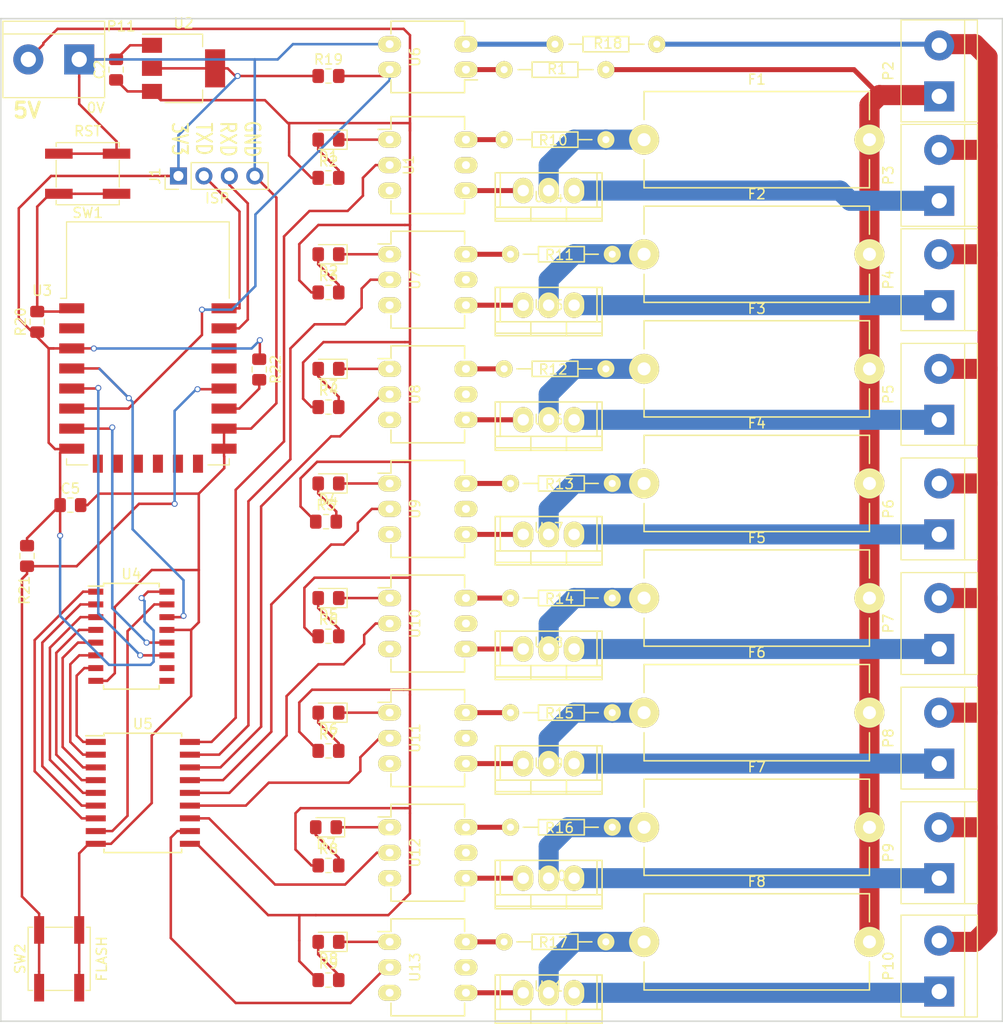
<source format=kicad_pcb>
(kicad_pcb (version 20171130) (host pcbnew 5.0.2-bee76a0~70~ubuntu18.04.1)
  (layers (0 F.Cu signal) (31 B.Cu signal) (34 B.Paste user) (35 F.Paste user) (36 B.SilkS user) (37 F.SilkS user) (38 B.Mask user) (39 F.Mask user) (44 Edge.Cuts user))
  (net 0 "")
  (net 1 GND)
  (net 2 "Net-(D1-Pad2)")
  (net 3 "Net-(D1-Pad1)")
  (net 4 "Net-(D2-Pad2)")
  (net 5 "Net-(D2-Pad1)")
  (net 6 "Net-(D3-Pad2)")
  (net 7 "Net-(D3-Pad1)")
  (net 8 "Net-(D4-Pad2)")
  (net 9 "Net-(D4-Pad1)")
  (net 10 "Net-(D5-Pad2)")
  (net 11 "Net-(D5-Pad1)")
  (net 12 "Net-(D6-Pad2)")
  (net 13 "Net-(D6-Pad1)")
  (net 14 "Net-(D7-Pad2)")
  (net 15 "Net-(D7-Pad1)")
  (net 16 "Net-(D8-Pad2)")
  (net 17 "Net-(D8-Pad1)")
  (net 18 "Net-(F1-Pad1)")
  (net 19 /PH_IN)
  (net 20 "Net-(F2-Pad1)")
  (net 21 "Net-(F3-Pad1)")
  (net 22 "Net-(F4-Pad1)")
  (net 23 "Net-(F5-Pad1)")
  (net 24 "Net-(F6-Pad1)")
  (net 25 "Net-(F7-Pad1)")
  (net 26 "Net-(F8-Pad1)")
  (net 27 /N)
  (net 28 /PH_0)
  (net 29 /PH_1)
  (net 30 /PH_2)
  (net 31 /PH_3)
  (net 32 /PH_4)
  (net 33 /PH_5)
  (net 34 /PH_6)
  (net 35 "Net-(R1-Pad2)")
  (net 36 "Net-(R10-Pad1)")
  (net 37 "Net-(R11-Pad1)")
  (net 38 "Net-(R12-Pad1)")
  (net 39 "Net-(R13-Pad1)")
  (net 40 "Net-(R14-Pad1)")
  (net 41 "Net-(R15-Pad1)")
  (net 42 "Net-(R16-Pad1)")
  (net 43 "Net-(R17-Pad1)")
  (net 44 "Net-(U14-Pad3)")
  (net 45 "Net-(U15-Pad3)")
  (net 46 "Net-(U16-Pad3)")
  (net 47 "Net-(U17-Pad3)")
  (net 48 "Net-(U10-Pad4)")
  (net 49 "Net-(U11-Pad4)")
  (net 50 "Net-(U12-Pad4)")
  (net 51 "Net-(U13-Pad4)")
  (net 52 /C7)
  (net 53 /C6)
  (net 54 /C5)
  (net 55 /C4)
  (net 56 /C3)
  (net 57 /C2)
  (net 58 /C0)
  (net 59 /C1)
  (net 60 /PH_7)
  (net 61 /ZCD)
  (net 62 /3V3)
  (net 63 "Net-(R18-Pad2)")
  (net 64 /5V)
  (net 65 /RST)
  (net 66 /SER)
  (net 67 /SRCLK)
  (net 68 /RCLK)
  (net 69 /I7)
  (net 70 /I6)
  (net 71 /I5)
  (net 72 /I4)
  (net 73 /I3)
  (net 74 /I2)
  (net 75 /I1)
  (net 76 /I8)
  (net 77 /TXD)
  (net 78 /RXD)
  (net 79 "Net-(R21-Pad2)")
  (net 80 "Net-(R22-Pad2)")
  (module Connector_PinHeader_2.54mm:PinHeader_1x04_P2.54mm_Vertical (layer F.Cu) (at 62.738 55.6895 90)
    (fp_text reference J1 (at 0 -2.33 90) (layer F.SilkS))
    (fp_text value ISP (at -2.2225 3.8735 -180) (layer F.SilkS))
    (pad 1 thru_hole rect (at 0 0 90) (size 1.7 1.7) (drill 1) (layers *.Cu *.Mask) (net 62 /3V3))
    (pad 2 thru_hole oval (at 0 2.54 90) (size 1.7 1.7) (drill 1) (layers *.Cu *.Mask) (net 77 /TXD))
    (pad 3 thru_hole oval (at 0 5.08 90) (size 1.7 1.7) (drill 1) (layers *.Cu *.Mask) (net 78 /RXD))
    (pad 4 thru_hole oval (at 0 7.62 90) (size 1.7 1.7) (drill 1) (layers *.Cu *.Mask) (net 1 GND))
  )
  (module Button_Switch_SMD:SW_SPST_EVPBF (layer F.Cu) (at 50.832 133.772 90)
    (fp_text reference SW2 (at 0 -3.9 90) (layer F.SilkS))
    (fp_text value FLASH (at 0 4.25 90) (layer F.SilkS))
    (pad 1 smd rect (at 2.88 -2 90) (size 2.75 1) (layers F.Cu F.Paste F.Mask) (net 79 "Net-(R21-Pad2)"))
    (pad 1 smd rect (at -2.88 -2 90) (size 2.75 1) (layers F.Cu F.Paste F.Mask) (net 79 "Net-(R21-Pad2)"))
    (pad 2 smd rect (at -2.88 2 90) (size 2.75 1) (layers F.Cu F.Paste F.Mask) (net 1 GND))
    (pad 2 smd rect (at 2.88 2 90) (size 2.75 1) (layers F.Cu F.Paste F.Mask) (net 1 GND))
  )
  (module Package_SO:SOIC-18W_7.5x11.6mm_P1.27mm (layer F.Cu) (at 59.182 117.221)
    (fp_text reference U5 (at 0 -6.875) (layer F.SilkS))
    (fp_text value ULN2803A)
    (pad 1 smd rect (at -4.7 -5.08) (size 2 0.6) (layers F.Cu F.Paste F.Mask) (net 75 /I1))
    (pad 2 smd rect (at -4.7 -3.81) (size 2 0.6) (layers F.Cu F.Paste F.Mask) (net 74 /I2))
    (pad 3 smd rect (at -4.7 -2.54) (size 2 0.6) (layers F.Cu F.Paste F.Mask) (net 73 /I3))
    (pad 4 smd rect (at -4.7 -1.27) (size 2 0.6) (layers F.Cu F.Paste F.Mask) (net 72 /I4))
    (pad 5 smd rect (at -4.7 0) (size 2 0.6) (layers F.Cu F.Paste F.Mask) (net 71 /I5))
    (pad 6 smd rect (at -4.7 1.27) (size 2 0.6) (layers F.Cu F.Paste F.Mask) (net 70 /I6))
    (pad 7 smd rect (at -4.7 2.54) (size 2 0.6) (layers F.Cu F.Paste F.Mask) (net 69 /I7))
    (pad 8 smd rect (at -4.7 3.81) (size 2 0.6) (layers F.Cu F.Paste F.Mask) (net 76 /I8))
    (pad 9 smd rect (at -4.7 5.08) (size 2 0.6) (layers F.Cu F.Paste F.Mask) (net 1 GND))
    (pad 10 smd rect (at 4.7 5.08) (size 2 0.6) (layers F.Cu F.Paste F.Mask) (net 64 /5V))
    (pad 11 smd rect (at 4.7 3.81) (size 2 0.6) (layers F.Cu F.Paste F.Mask) (net 52 /C7))
    (pad 12 smd rect (at 4.7 2.54) (size 2 0.6) (layers F.Cu F.Paste F.Mask) (net 53 /C6))
    (pad 13 smd rect (at 4.7 1.27) (size 2 0.6) (layers F.Cu F.Paste F.Mask) (net 54 /C5))
    (pad 14 smd rect (at 4.7 0) (size 2 0.6) (layers F.Cu F.Paste F.Mask) (net 55 /C4))
    (pad 15 smd rect (at 4.7 -1.27) (size 2 0.6) (layers F.Cu F.Paste F.Mask) (net 56 /C3))
    (pad 16 smd rect (at 4.7 -2.54) (size 2 0.6) (layers F.Cu F.Paste F.Mask) (net 57 /C2))
    (pad 17 smd rect (at 4.7 -3.81) (size 2 0.6) (layers F.Cu F.Paste F.Mask) (net 59 /C1))
    (pad 18 smd rect (at 4.7 -5.08) (size 2 0.6) (layers F.Cu F.Paste F.Mask) (net 58 /C0))
  )
  (module Housings_DIP:DIP-4_W7.62mm_LongPads (layer F.Cu) (at 91.44 45.085 180)
    (fp_text reference U1 (at 5.715 -9.525 270) (layer F.SilkS))
    (fp_text value LTV-814)
    (pad 1 thru_hole oval (at 0 0 180) (size 2.3 1.6) (drill 0.8) (layers *.Cu *.Mask F.SilkS) (net 35 "Net-(R1-Pad2)"))
    (pad 2 thru_hole oval (at 0 2.54 180) (size 2.3 1.6) (drill 0.8) (layers *.Cu *.Mask F.SilkS) (net 63 "Net-(R18-Pad2)"))
    (pad 3 thru_hole oval (at 7.62 2.54 180) (size 2.3 1.6) (drill 0.8) (layers *.Cu *.Mask F.SilkS) (net 1 GND))
    (pad 4 thru_hole oval (at 7.62 0 180) (size 2.3 1.6) (drill 0.8) (layers *.Cu *.Mask F.SilkS) (net 61 /ZCD))
  )
  (module Housings_DIP:DIP-6_W7.62mm_LongPads (layer F.Cu) (at 83.82 52.07)
    (fp_text reference U6 (at 2.54 -8.255 90) (layer F.SilkS))
    (fp_text value MOC3023M)
    (pad 1 thru_hole oval (at 0 0) (size 2.3 1.6) (drill 0.8) (layers *.Cu *.Mask F.SilkS) (net 3 "Net-(D1-Pad1)"))
    (pad 2 thru_hole oval (at 0 2.54) (size 2.3 1.6) (drill 0.8) (layers *.Cu *.Mask F.SilkS) (net 58 /C0))
    (pad 3 thru_hole oval (at 0 5.08) (size 2.3 1.6) (drill 0.8) (layers *.Cu *.Mask F.SilkS))
    (pad 4 thru_hole oval (at 7.62 5.08) (size 2.3 1.6) (drill 0.8) (layers *.Cu *.Mask F.SilkS) (net 44 "Net-(U14-Pad3)"))
    (pad 5 thru_hole oval (at 7.62 2.54) (size 2.3 1.6) (drill 0.8) (layers *.Cu *.Mask F.SilkS))
    (pad 6 thru_hole oval (at 7.62 0) (size 2.3 1.6) (drill 0.8) (layers *.Cu *.Mask F.SilkS) (net 36 "Net-(R10-Pad1)"))
  )
  (module Housings_DIP:DIP-6_W7.62mm_LongPads (layer F.Cu) (at 83.82 63.5)
    (fp_text reference U7 (at 2.54 2.54 90) (layer F.SilkS))
    (fp_text value MOC3023M)
    (pad 1 thru_hole oval (at 0 0) (size 2.3 1.6) (drill 0.8) (layers *.Cu *.Mask F.SilkS) (net 5 "Net-(D2-Pad1)"))
    (pad 2 thru_hole oval (at 0 2.54) (size 2.3 1.6) (drill 0.8) (layers *.Cu *.Mask F.SilkS) (net 59 /C1))
    (pad 3 thru_hole oval (at 0 5.08) (size 2.3 1.6) (drill 0.8) (layers *.Cu *.Mask F.SilkS))
    (pad 4 thru_hole oval (at 7.62 5.08) (size 2.3 1.6) (drill 0.8) (layers *.Cu *.Mask F.SilkS) (net 45 "Net-(U15-Pad3)"))
    (pad 5 thru_hole oval (at 7.62 2.54) (size 2.3 1.6) (drill 0.8) (layers *.Cu *.Mask F.SilkS))
    (pad 6 thru_hole oval (at 7.62 0) (size 2.3 1.6) (drill 0.8) (layers *.Cu *.Mask F.SilkS) (net 37 "Net-(R11-Pad1)"))
  )
  (module Housings_DIP:DIP-6_W7.62mm_LongPads (layer F.Cu) (at 83.82 74.93)
    (fp_text reference U8 (at 2.54 2.54 90) (layer F.SilkS))
    (fp_text value MOC3023M)
    (pad 1 thru_hole oval (at 0 0) (size 2.3 1.6) (drill 0.8) (layers *.Cu *.Mask F.SilkS) (net 7 "Net-(D3-Pad1)"))
    (pad 2 thru_hole oval (at 0 2.54) (size 2.3 1.6) (drill 0.8) (layers *.Cu *.Mask F.SilkS) (net 57 /C2))
    (pad 3 thru_hole oval (at 0 5.08) (size 2.3 1.6) (drill 0.8) (layers *.Cu *.Mask F.SilkS))
    (pad 4 thru_hole oval (at 7.62 5.08) (size 2.3 1.6) (drill 0.8) (layers *.Cu *.Mask F.SilkS) (net 46 "Net-(U16-Pad3)"))
    (pad 5 thru_hole oval (at 7.62 2.54) (size 2.3 1.6) (drill 0.8) (layers *.Cu *.Mask F.SilkS))
    (pad 6 thru_hole oval (at 7.62 0) (size 2.3 1.6) (drill 0.8) (layers *.Cu *.Mask F.SilkS) (net 38 "Net-(R12-Pad1)"))
  )
  (module Housings_DIP:DIP-6_W7.62mm_LongPads (layer F.Cu) (at 83.82 86.36)
    (fp_text reference U9 (at 2.54 2.54 90) (layer F.SilkS))
    (fp_text value MOC3023M)
    (pad 1 thru_hole oval (at 0 0) (size 2.3 1.6) (drill 0.8) (layers *.Cu *.Mask F.SilkS) (net 9 "Net-(D4-Pad1)"))
    (pad 2 thru_hole oval (at 0 2.54) (size 2.3 1.6) (drill 0.8) (layers *.Cu *.Mask F.SilkS) (net 56 /C3))
    (pad 3 thru_hole oval (at 0 5.08) (size 2.3 1.6) (drill 0.8) (layers *.Cu *.Mask F.SilkS))
    (pad 4 thru_hole oval (at 7.62 5.08) (size 2.3 1.6) (drill 0.8) (layers *.Cu *.Mask F.SilkS) (net 47 "Net-(U17-Pad3)"))
    (pad 5 thru_hole oval (at 7.62 2.54) (size 2.3 1.6) (drill 0.8) (layers *.Cu *.Mask F.SilkS))
    (pad 6 thru_hole oval (at 7.62 0) (size 2.3 1.6) (drill 0.8) (layers *.Cu *.Mask F.SilkS) (net 39 "Net-(R13-Pad1)"))
  )
  (module Housings_DIP:DIP-6_W7.62mm_LongPads (layer F.Cu) (at 83.82 97.79)
    (fp_text reference U10 (at 2.54 2.54 90) (layer F.SilkS))
    (fp_text value MOC3023M)
    (pad 1 thru_hole oval (at 0 0) (size 2.3 1.6) (drill 0.8) (layers *.Cu *.Mask F.SilkS) (net 11 "Net-(D5-Pad1)"))
    (pad 2 thru_hole oval (at 0 2.54) (size 2.3 1.6) (drill 0.8) (layers *.Cu *.Mask F.SilkS) (net 55 /C4))
    (pad 3 thru_hole oval (at 0 5.08) (size 2.3 1.6) (drill 0.8) (layers *.Cu *.Mask F.SilkS))
    (pad 4 thru_hole oval (at 7.62 5.08) (size 2.3 1.6) (drill 0.8) (layers *.Cu *.Mask F.SilkS) (net 48 "Net-(U10-Pad4)"))
    (pad 5 thru_hole oval (at 7.62 2.54) (size 2.3 1.6) (drill 0.8) (layers *.Cu *.Mask F.SilkS))
    (pad 6 thru_hole oval (at 7.62 0) (size 2.3 1.6) (drill 0.8) (layers *.Cu *.Mask F.SilkS) (net 40 "Net-(R14-Pad1)"))
  )
  (module Housings_DIP:DIP-6_W7.62mm_LongPads (layer F.Cu) (at 83.82 109.22)
    (fp_text reference U11 (at 2.54 2.54 90) (layer F.SilkS))
    (fp_text value MOC3023M)
    (pad 1 thru_hole oval (at 0 0) (size 2.3 1.6) (drill 0.8) (layers *.Cu *.Mask F.SilkS) (net 13 "Net-(D6-Pad1)"))
    (pad 2 thru_hole oval (at 0 2.54) (size 2.3 1.6) (drill 0.8) (layers *.Cu *.Mask F.SilkS) (net 54 /C5))
    (pad 3 thru_hole oval (at 0 5.08) (size 2.3 1.6) (drill 0.8) (layers *.Cu *.Mask F.SilkS))
    (pad 4 thru_hole oval (at 7.62 5.08) (size 2.3 1.6) (drill 0.8) (layers *.Cu *.Mask F.SilkS) (net 49 "Net-(U11-Pad4)"))
    (pad 5 thru_hole oval (at 7.62 2.54) (size 2.3 1.6) (drill 0.8) (layers *.Cu *.Mask F.SilkS))
    (pad 6 thru_hole oval (at 7.62 0) (size 2.3 1.6) (drill 0.8) (layers *.Cu *.Mask F.SilkS) (net 41 "Net-(R15-Pad1)"))
  )
  (module Housings_DIP:DIP-6_W7.62mm_LongPads (layer F.Cu) (at 83.82 120.65)
    (fp_text reference U12 (at 2.54 2.54 90) (layer F.SilkS))
    (fp_text value MOC3023M)
    (pad 1 thru_hole oval (at 0 0) (size 2.3 1.6) (drill 0.8) (layers *.Cu *.Mask F.SilkS) (net 15 "Net-(D7-Pad1)"))
    (pad 2 thru_hole oval (at 0 2.54) (size 2.3 1.6) (drill 0.8) (layers *.Cu *.Mask F.SilkS) (net 53 /C6))
    (pad 3 thru_hole oval (at 0 5.08) (size 2.3 1.6) (drill 0.8) (layers *.Cu *.Mask F.SilkS))
    (pad 4 thru_hole oval (at 7.62 5.08) (size 2.3 1.6) (drill 0.8) (layers *.Cu *.Mask F.SilkS) (net 50 "Net-(U12-Pad4)"))
    (pad 5 thru_hole oval (at 7.62 2.54) (size 2.3 1.6) (drill 0.8) (layers *.Cu *.Mask F.SilkS))
    (pad 6 thru_hole oval (at 7.62 0) (size 2.3 1.6) (drill 0.8) (layers *.Cu *.Mask F.SilkS) (net 42 "Net-(R16-Pad1)"))
  )
  (module Housings_DIP:DIP-6_W7.62mm_LongPads (layer F.Cu) (at 83.82 132.08)
    (fp_text reference U13 (at 2.54 2.54 90) (layer F.SilkS))
    (fp_text value MOC3023M)
    (pad 1 thru_hole oval (at 0 0) (size 2.3 1.6) (drill 0.8) (layers *.Cu *.Mask F.SilkS) (net 17 "Net-(D8-Pad1)"))
    (pad 2 thru_hole oval (at 0 2.54) (size 2.3 1.6) (drill 0.8) (layers *.Cu *.Mask F.SilkS) (net 52 /C7))
    (pad 3 thru_hole oval (at 0 5.08) (size 2.3 1.6) (drill 0.8) (layers *.Cu *.Mask F.SilkS))
    (pad 4 thru_hole oval (at 7.62 5.08) (size 2.3 1.6) (drill 0.8) (layers *.Cu *.Mask F.SilkS) (net 51 "Net-(U13-Pad4)"))
    (pad 5 thru_hole oval (at 7.62 2.54) (size 2.3 1.6) (drill 0.8) (layers *.Cu *.Mask F.SilkS))
    (pad 6 thru_hole oval (at 7.62 0) (size 2.3 1.6) (drill 0.8) (layers *.Cu *.Mask F.SilkS) (net 43 "Net-(R17-Pad1)"))
  )
  (module Power_Integrations:TO-220 (layer F.Cu) (at 99.695 57.15 180)
    (fp_text reference U14 (at 0 -0.635 180) (layer F.SilkS))
    (fp_text value TRIAC_small)
    (pad 2 thru_hole oval (at 0 0 180) (size 2.032 2.54) (drill 1.143) (layers *.Cu *.Mask F.SilkS) (net 18 "Net-(F1-Pad1)"))
    (pad 3 thru_hole oval (at 2.54 0 180) (size 2.032 2.54) (drill 1.143) (layers *.Cu *.Mask F.SilkS) (net 44 "Net-(U14-Pad3)"))
    (pad 1 thru_hole oval (at -2.54 0 180) (size 2.032 2.54) (drill 1.143) (layers *.Cu *.Mask F.SilkS) (net 28 /PH_0))
  )
  (module Power_Integrations:TO-220 (layer F.Cu) (at 99.695 68.58 180)
    (fp_text reference U15 (at 0 0 180) (layer F.SilkS))
    (fp_text value TRIAC_small)
    (pad 2 thru_hole oval (at 0 0 180) (size 2.032 2.54) (drill 1.143) (layers *.Cu *.Mask F.SilkS) (net 20 "Net-(F2-Pad1)"))
    (pad 3 thru_hole oval (at 2.54 0 180) (size 2.032 2.54) (drill 1.143) (layers *.Cu *.Mask F.SilkS) (net 45 "Net-(U15-Pad3)"))
    (pad 1 thru_hole oval (at -2.54 0 180) (size 2.032 2.54) (drill 1.143) (layers *.Cu *.Mask F.SilkS) (net 29 /PH_1))
  )
  (module Power_Integrations:TO-220 (layer F.Cu) (at 99.695 80.01 180)
    (fp_text reference U16 (at 0 0 180) (layer F.SilkS))
    (fp_text value TRIAC_small)
    (pad 2 thru_hole oval (at 0 0 180) (size 2.032 2.54) (drill 1.143) (layers *.Cu *.Mask F.SilkS) (net 21 "Net-(F3-Pad1)"))
    (pad 3 thru_hole oval (at 2.54 0 180) (size 2.032 2.54) (drill 1.143) (layers *.Cu *.Mask F.SilkS) (net 46 "Net-(U16-Pad3)"))
    (pad 1 thru_hole oval (at -2.54 0 180) (size 2.032 2.54) (drill 1.143) (layers *.Cu *.Mask F.SilkS) (net 30 /PH_2))
  )
  (module Power_Integrations:TO-220 (layer F.Cu) (at 99.695 91.44 180)
    (fp_text reference U17 (at 0 0.635 180) (layer F.SilkS))
    (fp_text value TRIAC_small)
    (pad 2 thru_hole oval (at 0 0 180) (size 2.032 2.54) (drill 1.143) (layers *.Cu *.Mask F.SilkS) (net 22 "Net-(F4-Pad1)"))
    (pad 3 thru_hole oval (at 2.54 0 180) (size 2.032 2.54) (drill 1.143) (layers *.Cu *.Mask F.SilkS) (net 47 "Net-(U17-Pad3)"))
    (pad 1 thru_hole oval (at -2.54 0 180) (size 2.032 2.54) (drill 1.143) (layers *.Cu *.Mask F.SilkS) (net 31 /PH_3))
  )
  (module Power_Integrations:TO-220 (layer F.Cu) (at 99.695 102.87 180)
    (fp_text reference U18 (at 0 0.635 180) (layer F.SilkS))
    (fp_text value TRIAC_small)
    (pad 2 thru_hole oval (at 0 0 180) (size 2.032 2.54) (drill 1.143) (layers *.Cu *.Mask F.SilkS) (net 23 "Net-(F5-Pad1)"))
    (pad 3 thru_hole oval (at 2.54 0 180) (size 2.032 2.54) (drill 1.143) (layers *.Cu *.Mask F.SilkS) (net 48 "Net-(U10-Pad4)"))
    (pad 1 thru_hole oval (at -2.54 0 180) (size 2.032 2.54) (drill 1.143) (layers *.Cu *.Mask F.SilkS) (net 32 /PH_4))
  )
  (module Power_Integrations:TO-220 (layer F.Cu) (at 99.695 114.3 180)
    (fp_text reference U19 (at 0 0 180) (layer F.SilkS))
    (fp_text value TRIAC_small)
    (pad 2 thru_hole oval (at 0 0 180) (size 2.032 2.54) (drill 1.143) (layers *.Cu *.Mask F.SilkS) (net 24 "Net-(F6-Pad1)"))
    (pad 3 thru_hole oval (at 2.54 0 180) (size 2.032 2.54) (drill 1.143) (layers *.Cu *.Mask F.SilkS) (net 49 "Net-(U11-Pad4)"))
    (pad 1 thru_hole oval (at -2.54 0 180) (size 2.032 2.54) (drill 1.143) (layers *.Cu *.Mask F.SilkS) (net 33 /PH_5))
  )
  (module Power_Integrations:TO-220 (layer F.Cu) (at 99.695 125.73 180)
    (fp_text reference U20 (at -0.305 0.23 180) (layer F.SilkS))
    (fp_text value TRIAC_small)
    (pad 2 thru_hole oval (at 0 0 180) (size 2.032 2.54) (drill 1.143) (layers *.Cu *.Mask F.SilkS) (net 25 "Net-(F7-Pad1)"))
    (pad 3 thru_hole oval (at 2.54 0 180) (size 2.032 2.54) (drill 1.143) (layers *.Cu *.Mask F.SilkS) (net 50 "Net-(U12-Pad4)"))
    (pad 1 thru_hole oval (at -2.54 0 180) (size 2.032 2.54) (drill 1.143) (layers *.Cu *.Mask F.SilkS) (net 34 /PH_6))
  )
  (module Power_Integrations:TO-220 (layer F.Cu) (at 99.695 137.16 180)
    (fp_text reference U21 (at 0 0.635 180) (layer F.SilkS))
    (fp_text value TRIAC_small)
    (pad 2 thru_hole oval (at 0 0 180) (size 2.032 2.54) (drill 1.143) (layers *.Cu *.Mask F.SilkS) (net 26 "Net-(F8-Pad1)"))
    (pad 3 thru_hole oval (at 2.54 0 180) (size 2.032 2.54) (drill 1.143) (layers *.Cu *.Mask F.SilkS) (net 51 "Net-(U13-Pad4)"))
    (pad 1 thru_hole oval (at -2.54 0 180) (size 2.032 2.54) (drill 1.143) (layers *.Cu *.Mask F.SilkS) (net 60 /PH_7))
  )
  (module MyLibrary:Fuseholder5x20 (layer F.Cu) (at 109.22 52.07)
    (fp_text reference F1 (at 11.25 -6) (layer F.SilkS))
    (fp_text value F_Small)
    (pad 1 thru_hole circle (at 0 0) (size 3 3) (drill 1.3) (layers *.Cu *.Mask F.SilkS) (net 18 "Net-(F1-Pad1)"))
    (pad 2 thru_hole circle (at 22.5 0) (size 3 3) (drill 1.3) (layers *.Cu *.Mask F.SilkS) (net 19 /PH_IN))
  )
  (module MyLibrary:Fuseholder5x20 (layer F.Cu) (at 109.22 63.5)
    (fp_text reference F2 (at 11.25 -6) (layer F.SilkS))
    (fp_text value F_Small)
    (pad 1 thru_hole circle (at 0 0) (size 3 3) (drill 1.3) (layers *.Cu *.Mask F.SilkS) (net 20 "Net-(F2-Pad1)"))
    (pad 2 thru_hole circle (at 22.5 0) (size 3 3) (drill 1.3) (layers *.Cu *.Mask F.SilkS) (net 19 /PH_IN))
  )
  (module MyLibrary:Fuseholder5x20 (layer F.Cu) (at 109.22 74.93)
    (fp_text reference F3 (at 11.25 -6) (layer F.SilkS))
    (fp_text value F_Small)
    (pad 1 thru_hole circle (at 0 0) (size 3 3) (drill 1.3) (layers *.Cu *.Mask F.SilkS) (net 21 "Net-(F3-Pad1)"))
    (pad 2 thru_hole circle (at 22.5 0) (size 3 3) (drill 1.3) (layers *.Cu *.Mask F.SilkS) (net 19 /PH_IN))
  )
  (module MyLibrary:Fuseholder5x20 (layer F.Cu) (at 109.22 86.36)
    (fp_text reference F4 (at 11.25 -6) (layer F.SilkS))
    (fp_text value F_Small)
    (pad 1 thru_hole circle (at 0 0) (size 3 3) (drill 1.3) (layers *.Cu *.Mask F.SilkS) (net 22 "Net-(F4-Pad1)"))
    (pad 2 thru_hole circle (at 22.5 0) (size 3 3) (drill 1.3) (layers *.Cu *.Mask F.SilkS) (net 19 /PH_IN))
  )
  (module MyLibrary:Fuseholder5x20 (layer F.Cu) (at 109.22 97.79)
    (fp_text reference F5 (at 11.25 -6) (layer F.SilkS))
    (fp_text value F_Small)
    (pad 1 thru_hole circle (at 0 0) (size 3 3) (drill 1.3) (layers *.Cu *.Mask F.SilkS) (net 23 "Net-(F5-Pad1)"))
    (pad 2 thru_hole circle (at 22.5 0) (size 3 3) (drill 1.3) (layers *.Cu *.Mask F.SilkS) (net 19 /PH_IN))
  )
  (module MyLibrary:Fuseholder5x20 (layer F.Cu) (at 109.22 109.22)
    (fp_text reference F6 (at 11.25 -6) (layer F.SilkS))
    (fp_text value F_Small)
    (pad 1 thru_hole circle (at 0 0) (size 3 3) (drill 1.3) (layers *.Cu *.Mask F.SilkS) (net 24 "Net-(F6-Pad1)"))
    (pad 2 thru_hole circle (at 22.5 0) (size 3 3) (drill 1.3) (layers *.Cu *.Mask F.SilkS) (net 19 /PH_IN))
  )
  (module MyLibrary:Fuseholder5x20 (layer F.Cu) (at 109.22 120.65)
    (fp_text reference F7 (at 11.25 -6) (layer F.SilkS))
    (fp_text value F_Small)
    (pad 1 thru_hole circle (at 0 0) (size 3 3) (drill 1.3) (layers *.Cu *.Mask F.SilkS) (net 25 "Net-(F7-Pad1)"))
    (pad 2 thru_hole circle (at 22.5 0) (size 3 3) (drill 1.3) (layers *.Cu *.Mask F.SilkS) (net 19 /PH_IN))
  )
  (module MyLibrary:Fuseholder5x20 (layer F.Cu) (at 109.22 132.08)
    (fp_text reference F8 (at 11.25 -6) (layer F.SilkS))
    (fp_text value F_Small)
    (pad 1 thru_hole circle (at 0 0) (size 3 3) (drill 1.3) (layers *.Cu *.Mask F.SilkS) (net 26 "Net-(F8-Pad1)"))
    (pad 2 thru_hole circle (at 22.5 0) (size 3 3) (drill 1.3) (layers *.Cu *.Mask F.SilkS) (net 19 /PH_IN))
  )
  (module Resistors_ThroughHole:RES35 (layer F.Cu) (at 105.41 45.085 180)
    (fp_text reference R1 (at 4.8895 0.0635 180) (layer F.SilkS))
    (fp_text value 100k)
    (pad 2 thru_hole circle (at 10.16052 -0.00254) (size 1.69926 1.69926) (drill 0.70104) (layers *.Cu *.Mask F.SilkS) (net 35 "Net-(R1-Pad2)"))
    (pad 1 thru_hole circle (at 0.00052 -0.00254) (size 1.69926 1.69926) (drill 0.70104) (layers *.Cu *.Mask F.SilkS) (net 19 /PH_IN))
  )
  (module Resistors_ThroughHole:RES35 (layer F.Cu) (at 95.25 52.07)
    (fp_text reference R10 (at 4.8895 0.0635) (layer F.SilkS))
    (fp_text value 4k7)
    (pad 2 thru_hole circle (at 10.16052 -0.00254 180) (size 1.69926 1.69926) (drill 0.70104) (layers *.Cu *.Mask F.SilkS) (net 18 "Net-(F1-Pad1)"))
    (pad 1 thru_hole circle (at 0.00052 -0.00254 180) (size 1.69926 1.69926) (drill 0.70104) (layers *.Cu *.Mask F.SilkS) (net 36 "Net-(R10-Pad1)"))
  )
  (module Resistors_ThroughHole:RES35 (layer F.Cu) (at 95.885 63.5)
    (fp_text reference R11 (at 4.8895 0.0635) (layer F.SilkS))
    (fp_text value 4k7)
    (pad 2 thru_hole circle (at 10.16052 -0.00254 180) (size 1.69926 1.69926) (drill 0.70104) (layers *.Cu *.Mask F.SilkS) (net 20 "Net-(F2-Pad1)"))
    (pad 1 thru_hole circle (at 0.00052 -0.00254 180) (size 1.69926 1.69926) (drill 0.70104) (layers *.Cu *.Mask F.SilkS) (net 37 "Net-(R11-Pad1)"))
  )
  (module Resistors_ThroughHole:RES35 (layer F.Cu) (at 95.25 74.93)
    (fp_text reference R12 (at 4.8895 0.0635) (layer F.SilkS))
    (fp_text value 4k7)
    (pad 2 thru_hole circle (at 10.16052 -0.00254 180) (size 1.69926 1.69926) (drill 0.70104) (layers *.Cu *.Mask F.SilkS) (net 21 "Net-(F3-Pad1)"))
    (pad 1 thru_hole circle (at 0.00052 -0.00254 180) (size 1.69926 1.69926) (drill 0.70104) (layers *.Cu *.Mask F.SilkS) (net 38 "Net-(R12-Pad1)"))
  )
  (module Resistors_ThroughHole:RES35 (layer F.Cu) (at 95.885 86.36)
    (fp_text reference R13 (at 4.8895 0.0635) (layer F.SilkS))
    (fp_text value 4k7)
    (pad 2 thru_hole circle (at 10.16052 -0.00254 180) (size 1.69926 1.69926) (drill 0.70104) (layers *.Cu *.Mask F.SilkS) (net 22 "Net-(F4-Pad1)"))
    (pad 1 thru_hole circle (at 0.00052 -0.00254 180) (size 1.69926 1.69926) (drill 0.70104) (layers *.Cu *.Mask F.SilkS) (net 39 "Net-(R13-Pad1)"))
  )
  (module Resistors_ThroughHole:RES35 (layer F.Cu) (at 95.885 97.79)
    (fp_text reference R14 (at 4.8895 0.0635) (layer F.SilkS))
    (fp_text value 4k7)
    (pad 2 thru_hole circle (at 10.16052 -0.00254 180) (size 1.69926 1.69926) (drill 0.70104) (layers *.Cu *.Mask F.SilkS) (net 23 "Net-(F5-Pad1)"))
    (pad 1 thru_hole circle (at 0.00052 -0.00254 180) (size 1.69926 1.69926) (drill 0.70104) (layers *.Cu *.Mask F.SilkS) (net 40 "Net-(R14-Pad1)"))
  )
  (module Resistors_ThroughHole:RES35 (layer F.Cu) (at 95.885 109.22)
    (fp_text reference R15 (at 4.8895 0.0635) (layer F.SilkS))
    (fp_text value 4k7)
    (pad 2 thru_hole circle (at 10.16052 -0.00254 180) (size 1.69926 1.69926) (drill 0.70104) (layers *.Cu *.Mask F.SilkS) (net 24 "Net-(F6-Pad1)"))
    (pad 1 thru_hole circle (at 0.00052 -0.00254 180) (size 1.69926 1.69926) (drill 0.70104) (layers *.Cu *.Mask F.SilkS) (net 41 "Net-(R15-Pad1)"))
  )
  (module Resistors_ThroughHole:RES35 (layer F.Cu) (at 95.885 120.65)
    (fp_text reference R16 (at 4.8895 0.0635) (layer F.SilkS))
    (fp_text value 4k7)
    (pad 2 thru_hole circle (at 10.16052 -0.00254 180) (size 1.69926 1.69926) (drill 0.70104) (layers *.Cu *.Mask F.SilkS) (net 25 "Net-(F7-Pad1)"))
    (pad 1 thru_hole circle (at 0.00052 -0.00254 180) (size 1.69926 1.69926) (drill 0.70104) (layers *.Cu *.Mask F.SilkS) (net 42 "Net-(R16-Pad1)"))
  )
  (module Resistors_ThroughHole:RES35 (layer F.Cu) (at 95.25 132.08)
    (fp_text reference R17 (at 4.8895 0.0635) (layer F.SilkS))
    (fp_text value 4k7)
    (pad 2 thru_hole circle (at 10.16052 -0.00254 180) (size 1.69926 1.69926) (drill 0.70104) (layers *.Cu *.Mask F.SilkS) (net 26 "Net-(F8-Pad1)"))
    (pad 1 thru_hole circle (at 0.00052 -0.00254 180) (size 1.69926 1.69926) (drill 0.70104) (layers *.Cu *.Mask F.SilkS) (net 43 "Net-(R17-Pad1)"))
  )
  (module Resistors_ThroughHole:RES35 (layer F.Cu) (at 110.49 42.545 180)
    (fp_text reference R18 (at 4.8895 0.0635 180) (layer F.SilkS))
    (fp_text value 100k)
    (pad 2 thru_hole circle (at 10.16052 -0.00254) (size 1.69926 1.69926) (drill 0.70104) (layers *.Cu *.Mask F.SilkS) (net 63 "Net-(R18-Pad2)"))
    (pad 1 thru_hole circle (at 0.00052 -0.00254) (size 1.69926 1.69926) (drill 0.70104) (layers *.Cu *.Mask F.SilkS) (net 27 /N))
  )
  (module Capacitor_SMD:C_0805_2012Metric_Pad1.15x1.40mm_HandSolder (layer F.Cu) (at 56.515 45.085 90)
    (fp_text reference C2 (at 0 -1.65 90) (layer F.SilkS))
    (fp_text value 100µF)
    (pad 1 smd roundrect (at -1.025 0 90) (size 1.15 1.4) (layers F.Cu F.Paste F.Mask) (roundrect_rratio 0.217391) (net 64 /5V))
    (pad 2 smd roundrect (at 1.025 0 90) (size 1.15 1.4) (layers F.Cu F.Paste F.Mask) (roundrect_rratio 0.217391) (net 1 GND))
  )
  (module Capacitor_SMD:C_0805_2012Metric_Pad1.15x1.40mm_HandSolder (layer F.Cu) (at 51.952 88.519)
    (fp_text reference C5 (at 0 -1.65) (layer F.SilkS))
    (fp_text value 100µF)
    (pad 2 smd roundrect (at 1.025 0) (size 1.15 1.4) (layers F.Cu F.Paste F.Mask) (roundrect_rratio 0.217391) (net 1 GND))
    (pad 1 smd roundrect (at -1.025 0) (size 1.15 1.4) (layers F.Cu F.Paste F.Mask) (roundrect_rratio 0.217391) (net 62 /3V3))
  )
  (module LED_SMD:LED_0805_2012Metric_Pad1.15x1.40mm_HandSolder (layer F.Cu) (at 77.715 52.07 180)
    (fp_text reference D1 (at 0 -1.65 180) (layer F.SilkS))
    (fp_text value Led)
    (pad 1 smd roundrect (at -1.025 0 180) (size 1.15 1.4) (layers F.Cu F.Paste F.Mask) (roundrect_rratio 0.217391) (net 3 "Net-(D1-Pad1)"))
    (pad 2 smd roundrect (at 1.025 0 180) (size 1.15 1.4) (layers F.Cu F.Paste F.Mask) (roundrect_rratio 0.217391) (net 2 "Net-(D1-Pad2)"))
  )
  (module LED_SMD:LED_0805_2012Metric_Pad1.15x1.40mm_HandSolder (layer F.Cu) (at 77.715 63.5 180)
    (fp_text reference D2 (at 0 -1.65 180) (layer F.SilkS))
    (fp_text value Led)
    (pad 2 smd roundrect (at 1.025 0 180) (size 1.15 1.4) (layers F.Cu F.Paste F.Mask) (roundrect_rratio 0.217391) (net 4 "Net-(D2-Pad2)"))
    (pad 1 smd roundrect (at -1.025 0 180) (size 1.15 1.4) (layers F.Cu F.Paste F.Mask) (roundrect_rratio 0.217391) (net 5 "Net-(D2-Pad1)"))
  )
  (module LED_SMD:LED_0805_2012Metric_Pad1.15x1.40mm_HandSolder (layer F.Cu) (at 77.715 74.93 180)
    (fp_text reference D3 (at 0 -1.65 180) (layer F.SilkS))
    (fp_text value Led)
    (pad 1 smd roundrect (at -1.025 0 180) (size 1.15 1.4) (layers F.Cu F.Paste F.Mask) (roundrect_rratio 0.217391) (net 7 "Net-(D3-Pad1)"))
    (pad 2 smd roundrect (at 1.025 0 180) (size 1.15 1.4) (layers F.Cu F.Paste F.Mask) (roundrect_rratio 0.217391) (net 6 "Net-(D3-Pad2)"))
  )
  (module LED_SMD:LED_0805_2012Metric_Pad1.15x1.40mm_HandSolder (layer F.Cu) (at 77.715 86.36 180)
    (fp_text reference D4 (at 0 -1.65 180) (layer F.SilkS))
    (fp_text value Led)
    (pad 2 smd roundrect (at 1.025 0 180) (size 1.15 1.4) (layers F.Cu F.Paste F.Mask) (roundrect_rratio 0.217391) (net 8 "Net-(D4-Pad2)"))
    (pad 1 smd roundrect (at -1.025 0 180) (size 1.15 1.4) (layers F.Cu F.Paste F.Mask) (roundrect_rratio 0.217391) (net 9 "Net-(D4-Pad1)"))
  )
  (module LED_SMD:LED_0805_2012Metric_Pad1.15x1.40mm_HandSolder (layer F.Cu) (at 77.715 97.79 180)
    (fp_text reference D5 (at 0 -1.65 180) (layer F.SilkS))
    (fp_text value Led)
    (pad 1 smd roundrect (at -1.025 0 180) (size 1.15 1.4) (layers F.Cu F.Paste F.Mask) (roundrect_rratio 0.217391) (net 11 "Net-(D5-Pad1)"))
    (pad 2 smd roundrect (at 1.025 0 180) (size 1.15 1.4) (layers F.Cu F.Paste F.Mask) (roundrect_rratio 0.217391) (net 10 "Net-(D5-Pad2)"))
  )
  (module LED_SMD:LED_0805_2012Metric_Pad1.15x1.40mm_HandSolder (layer F.Cu) (at 77.715 109.22 180)
    (fp_text reference D6 (at 0 -1.65 180) (layer F.SilkS))
    (fp_text value Led)
    (pad 1 smd roundrect (at -1.025 0 180) (size 1.15 1.4) (layers F.Cu F.Paste F.Mask) (roundrect_rratio 0.217391) (net 13 "Net-(D6-Pad1)"))
    (pad 2 smd roundrect (at 1.025 0 180) (size 1.15 1.4) (layers F.Cu F.Paste F.Mask) (roundrect_rratio 0.217391) (net 12 "Net-(D6-Pad2)"))
  )
  (module LED_SMD:LED_0805_2012Metric_Pad1.15x1.40mm_HandSolder (layer F.Cu) (at 77.47 120.65 180)
    (fp_text reference D7 (at 0 -1.65 180) (layer F.SilkS))
    (fp_text value Led)
    (pad 2 smd roundrect (at 1.025 0 180) (size 1.15 1.4) (layers F.Cu F.Paste F.Mask) (roundrect_rratio 0.217391) (net 14 "Net-(D7-Pad2)"))
    (pad 1 smd roundrect (at -1.025 0 180) (size 1.15 1.4) (layers F.Cu F.Paste F.Mask) (roundrect_rratio 0.217391) (net 15 "Net-(D7-Pad1)"))
  )
  (module LED_SMD:LED_0805_2012Metric_Pad1.15x1.40mm_HandSolder (layer F.Cu) (at 77.715 132.08 180)
    (fp_text reference D8 (at 0 -1.65 180) (layer F.SilkS))
    (fp_text value Led)
    (pad 2 smd roundrect (at 1.025 0 180) (size 1.15 1.4) (layers F.Cu F.Paste F.Mask) (roundrect_rratio 0.217391) (net 16 "Net-(D8-Pad2)"))
    (pad 1 smd roundrect (at -1.025 0 180) (size 1.15 1.4) (layers F.Cu F.Paste F.Mask) (roundrect_rratio 0.217391) (net 17 "Net-(D8-Pad1)"))
  )
  (module Resistor_SMD:R_0805_2012Metric_Pad1.15x1.40mm_HandSolder (layer F.Cu) (at 77.715 55.88)
    (fp_text reference R2 (at 0 -1.65) (layer F.SilkS))
    (fp_text value 100)
    (pad 1 smd roundrect (at -1.025 0) (size 1.15 1.4) (layers F.Cu F.Paste F.Mask) (roundrect_rratio 0.217391) (net 64 /5V))
    (pad 2 smd roundrect (at 1.025 0) (size 1.15 1.4) (layers F.Cu F.Paste F.Mask) (roundrect_rratio 0.217391) (net 2 "Net-(D1-Pad2)"))
  )
  (module Resistor_SMD:R_0805_2012Metric_Pad1.15x1.40mm_HandSolder (layer F.Cu) (at 77.715 67.31)
    (fp_text reference R3 (at 0 -1.65) (layer F.SilkS))
    (fp_text value 100)
    (pad 2 smd roundrect (at 1.025 0) (size 1.15 1.4) (layers F.Cu F.Paste F.Mask) (roundrect_rratio 0.217391) (net 4 "Net-(D2-Pad2)"))
    (pad 1 smd roundrect (at -1.025 0) (size 1.15 1.4) (layers F.Cu F.Paste F.Mask) (roundrect_rratio 0.217391) (net 64 /5V))
  )
  (module Resistor_SMD:R_0805_2012Metric_Pad1.15x1.40mm_HandSolder (layer F.Cu) (at 77.715 78.74)
    (fp_text reference R4 (at 0 -1.65) (layer F.SilkS))
    (fp_text value 100)
    (pad 1 smd roundrect (at -1.025 0) (size 1.15 1.4) (layers F.Cu F.Paste F.Mask) (roundrect_rratio 0.217391) (net 64 /5V))
    (pad 2 smd roundrect (at 1.025 0) (size 1.15 1.4) (layers F.Cu F.Paste F.Mask) (roundrect_rratio 0.217391) (net 6 "Net-(D3-Pad2)"))
  )
  (module Resistor_SMD:R_0805_2012Metric_Pad1.15x1.40mm_HandSolder (layer F.Cu) (at 77.47 90.17)
    (fp_text reference R5 (at 0 -1.65) (layer F.SilkS))
    (fp_text value 100)
    (pad 2 smd roundrect (at 1.025 0) (size 1.15 1.4) (layers F.Cu F.Paste F.Mask) (roundrect_rratio 0.217391) (net 8 "Net-(D4-Pad2)"))
    (pad 1 smd roundrect (at -1.025 0) (size 1.15 1.4) (layers F.Cu F.Paste F.Mask) (roundrect_rratio 0.217391) (net 64 /5V))
  )
  (module Resistor_SMD:R_0805_2012Metric_Pad1.15x1.40mm_HandSolder (layer F.Cu) (at 77.715 101.6)
    (fp_text reference R6 (at 0 -1.65) (layer F.SilkS))
    (fp_text value 100)
    (pad 2 smd roundrect (at 1.025 0) (size 1.15 1.4) (layers F.Cu F.Paste F.Mask) (roundrect_rratio 0.217391) (net 10 "Net-(D5-Pad2)"))
    (pad 1 smd roundrect (at -1.025 0) (size 1.15 1.4) (layers F.Cu F.Paste F.Mask) (roundrect_rratio 0.217391) (net 64 /5V))
  )
  (module Resistor_SMD:R_0805_2012Metric_Pad1.15x1.40mm_HandSolder (layer F.Cu) (at 77.715 113.03)
    (fp_text reference R7 (at 0 -1.65) (layer F.SilkS))
    (fp_text value 100)
    (pad 1 smd roundrect (at -1.025 0) (size 1.15 1.4) (layers F.Cu F.Paste F.Mask) (roundrect_rratio 0.217391) (net 64 /5V))
    (pad 2 smd roundrect (at 1.025 0) (size 1.15 1.4) (layers F.Cu F.Paste F.Mask) (roundrect_rratio 0.217391) (net 12 "Net-(D6-Pad2)"))
  )
  (module Resistor_SMD:R_0805_2012Metric_Pad1.15x1.40mm_HandSolder (layer F.Cu) (at 77.715 124.46)
    (fp_text reference R8 (at 0 -1.65) (layer F.SilkS))
    (fp_text value 100)
    (pad 1 smd roundrect (at -1.025 0) (size 1.15 1.4) (layers F.Cu F.Paste F.Mask) (roundrect_rratio 0.217391) (net 64 /5V))
    (pad 2 smd roundrect (at 1.025 0) (size 1.15 1.4) (layers F.Cu F.Paste F.Mask) (roundrect_rratio 0.217391) (net 14 "Net-(D7-Pad2)"))
  )
  (module Resistor_SMD:R_0805_2012Metric_Pad1.15x1.40mm_HandSolder (layer F.Cu) (at 77.715 135.89)
    (fp_text reference R9 (at 0 -1.65) (layer F.SilkS))
    (fp_text value 100)
    (pad 1 smd roundrect (at -1.025 0) (size 1.15 1.4) (layers F.Cu F.Paste F.Mask) (roundrect_rratio 0.217391) (net 64 /5V))
    (pad 2 smd roundrect (at 1.025 0) (size 1.15 1.4) (layers F.Cu F.Paste F.Mask) (roundrect_rratio 0.217391) (net 16 "Net-(D8-Pad2)"))
  )
  (module Resistor_SMD:R_0805_2012Metric_Pad1.15x1.40mm_HandSolder (layer F.Cu) (at 77.715 45.72)
    (fp_text reference R19 (at 0 -1.65) (layer F.SilkS))
    (fp_text value 10K)
    (pad 2 smd roundrect (at 1.025 0) (size 1.15 1.4) (layers F.Cu F.Paste F.Mask) (roundrect_rratio 0.217391) (net 61 /ZCD))
    (pad 1 smd roundrect (at -1.025 0) (size 1.15 1.4) (layers F.Cu F.Paste F.Mask) (roundrect_rratio 0.217391) (net 62 /3V3))
  )
  (module Resistor_SMD:R_0805_2012Metric_Pad1.15x1.40mm_HandSolder (layer F.Cu) (at 48.641 70.24 90)
    (fp_text reference R20 (at 0 -1.65 90) (layer F.SilkS))
    (fp_text value 10K)
    (pad 2 smd roundrect (at 1.025 0 90) (size 1.15 1.4) (layers F.Cu F.Paste F.Mask) (roundrect_rratio 0.217391) (net 65 /RST))
    (pad 1 smd roundrect (at -1.025 0 90) (size 1.15 1.4) (layers F.Cu F.Paste F.Mask) (roundrect_rratio 0.217391) (net 62 /3V3))
  )
  (module Button_Switch_SMD:SW_SPST_EVPBF (layer F.Cu) (at 53.68 55.467 180)
    (fp_text reference SW1 (at 0 -3.9 180) (layer F.SilkS))
    (fp_text value RST (at 0 4.25 180) (layer F.SilkS))
    (pad 1 smd rect (at 2.88 -2 180) (size 2.75 1) (layers F.Cu F.Paste F.Mask) (net 65 /RST))
    (pad 1 smd rect (at -2.88 -2 180) (size 2.75 1) (layers F.Cu F.Paste F.Mask) (net 65 /RST))
    (pad 2 smd rect (at -2.88 2 180) (size 2.75 1) (layers F.Cu F.Paste F.Mask) (net 1 GND))
    (pad 2 smd rect (at 2.88 2 180) (size 2.75 1) (layers F.Cu F.Paste F.Mask) (net 1 GND))
  )
  (module RF_Module:ESP-12E (layer F.Cu) (at 59.69 72.39)
    (fp_text reference U3 (at -10.56 -5.26) (layer F.SilkS))
    (fp_text value ESP-12F)
    (pad 1 smd rect (at -7.6 -3.5) (size 2.5 1) (layers F.Cu F.Paste F.Mask) (net 65 /RST))
    (pad 2 smd rect (at -7.6 -1.5) (size 2.5 1) (layers F.Cu F.Paste F.Mask))
    (pad 3 smd rect (at -7.6 0.5) (size 2.5 1) (layers F.Cu F.Paste F.Mask) (net 62 /3V3))
    (pad 4 smd rect (at -7.6 2.5) (size 2.5 1) (layers F.Cu F.Paste F.Mask) (net 66 /SER))
    (pad 5 smd rect (at -7.6 4.5) (size 2.5 1) (layers F.Cu F.Paste F.Mask) (net 67 /SRCLK))
    (pad 6 smd rect (at -7.6 6.5) (size 2.5 1) (layers F.Cu F.Paste F.Mask) (net 61 /ZCD))
    (pad 7 smd rect (at -7.6 8.5) (size 2.5 1) (layers F.Cu F.Paste F.Mask) (net 68 /RCLK))
    (pad 8 smd rect (at -7.6 10.5) (size 2.5 1) (layers F.Cu F.Paste F.Mask) (net 62 /3V3))
    (pad 9 smd rect (at -5 12) (size 1 1.8) (layers F.Cu F.Paste F.Mask))
    (pad 10 smd rect (at -3 12) (size 1 1.8) (layers F.Cu F.Paste F.Mask))
    (pad 11 smd rect (at -1 12) (size 1 1.8) (layers F.Cu F.Paste F.Mask))
    (pad 12 smd rect (at 1 12) (size 1 1.8) (layers F.Cu F.Paste F.Mask))
    (pad 13 smd rect (at 3 12) (size 1 1.8) (layers F.Cu F.Paste F.Mask))
    (pad 14 smd rect (at 5 12) (size 1 1.8) (layers F.Cu F.Paste F.Mask))
    (pad 15 smd rect (at 7.6 10.5) (size 2.5 1) (layers F.Cu F.Paste F.Mask) (net 1 GND))
    (pad 16 smd rect (at 7.6 8.5) (size 2.5 1) (layers F.Cu F.Paste F.Mask) (net 1 GND))
    (pad 17 smd rect (at 7.6 6.5) (size 2.5 1) (layers F.Cu F.Paste F.Mask) (net 80 "Net-(R22-Pad2)"))
    (pad 18 smd rect (at 7.6 4.5) (size 2.5 1) (layers F.Cu F.Paste F.Mask) (net 79 "Net-(R21-Pad2)"))
    (pad 19 smd rect (at 7.6 2.5) (size 2.5 1) (layers F.Cu F.Paste F.Mask))
    (pad 20 smd rect (at 7.6 0.5) (size 2.5 1) (layers F.Cu F.Paste F.Mask))
    (pad 21 smd rect (at 7.6 -1.5) (size 2.5 1) (layers F.Cu F.Paste F.Mask) (net 78 /RXD))
    (pad 22 smd rect (at 7.6 -3.5) (size 2.5 1) (layers F.Cu F.Paste F.Mask) (net 77 /TXD))
  )
  (module Package_SO:SOIC-16W_5.3x10.2mm_P1.27mm (layer F.Cu) (at 58.039 101.6)
    (fp_text reference U4 (at 0 -6.2) (layer F.SilkS))
    (fp_text value 74HC595)
    (pad 1 smd rect (at -3.55 -4.445) (size 1.5 0.6) (layers F.Cu F.Paste F.Mask) (net 69 /I7))
    (pad 2 smd rect (at -3.55 -3.175) (size 1.5 0.6) (layers F.Cu F.Paste F.Mask) (net 70 /I6))
    (pad 3 smd rect (at -3.55 -1.905) (size 1.5 0.6) (layers F.Cu F.Paste F.Mask) (net 71 /I5))
    (pad 4 smd rect (at -3.55 -0.635) (size 1.5 0.6) (layers F.Cu F.Paste F.Mask) (net 72 /I4))
    (pad 5 smd rect (at -3.55 0.635) (size 1.5 0.6) (layers F.Cu F.Paste F.Mask) (net 73 /I3))
    (pad 6 smd rect (at -3.55 1.905) (size 1.5 0.6) (layers F.Cu F.Paste F.Mask) (net 74 /I2))
    (pad 7 smd rect (at -3.55 3.175) (size 1.5 0.6) (layers F.Cu F.Paste F.Mask) (net 75 /I1))
    (pad 8 smd rect (at -3.55 4.445) (size 1.5 0.6) (layers F.Cu F.Paste F.Mask) (net 1 GND))
    (pad 9 smd rect (at 3.55 4.445) (size 1.5 0.6) (layers F.Cu F.Paste F.Mask))
    (pad 10 smd rect (at 3.55 3.175) (size 1.5 0.6) (layers F.Cu F.Paste F.Mask))
    (pad 11 smd rect (at 3.55 1.905) (size 1.5 0.6) (layers F.Cu F.Paste F.Mask) (net 67 /SRCLK))
    (pad 12 smd rect (at 3.55 0.635) (size 1.5 0.6) (layers F.Cu F.Paste F.Mask) (net 68 /RCLK))
    (pad 13 smd rect (at 3.55 -0.635) (size 1.5 0.6) (layers F.Cu F.Paste F.Mask) (net 1 GND))
    (pad 14 smd rect (at 3.55 -1.905) (size 1.5 0.6) (layers F.Cu F.Paste F.Mask) (net 66 /SER))
    (pad 15 smd rect (at 3.55 -3.175) (size 1.5 0.6) (layers F.Cu F.Paste F.Mask) (net 76 /I8))
    (pad 16 smd rect (at 3.55 -4.445) (size 1.5 0.6) (layers F.Cu F.Paste F.Mask) (net 62 /3V3))
  )
  (module TerminalBlock:TerminalBlock_bornier-2_P5.08mm (layer F.Cu) (at 52.832 44.069 180)
    (fp_text reference P11 (at -4.191 3.302 180) (layer F.SilkS))
    (fp_text value 5VIN)
    (pad 1 thru_hole rect (at 0 0 180) (size 3 3) (drill 1.52) (layers *.Cu *.Mask) (net 1 GND))
    (pad 2 thru_hole circle (at 5.08 0 180) (size 3 3) (drill 1.52) (layers *.Cu *.Mask) (net 64 /5V))
  )
  (module Package_TO_SOT_SMD:SOT-223-3_TabPin2 (layer F.Cu) (at 63.246 44.958)
    (fp_text reference U2 (at 0 -4.5) (layer F.SilkS))
    (fp_text value AP1117D33)
    (pad 2 smd rect (at 3.15 0) (size 2 3.8) (layers F.Cu F.Paste F.Mask) (net 62 /3V3))
    (pad 2 smd rect (at -3.15 0) (size 2 1.5) (layers F.Cu F.Paste F.Mask) (net 62 /3V3))
    (pad 3 smd rect (at -3.15 2.3) (size 2 1.5) (layers F.Cu F.Paste F.Mask) (net 64 /5V))
    (pad 1 smd rect (at -3.15 -2.3) (size 2 1.5) (layers F.Cu F.Paste F.Mask) (net 1 GND))
  )
  (module Resistor_SMD:R_0805_2012Metric_Pad1.15x1.40mm_HandSolder (layer F.Cu) (at 47.625 93.59 270)
    (fp_text reference R21 (at 3.42 0.254 270) (layer F.SilkS))
    (fp_text value 10K)
    (pad 1 smd roundrect (at -1.025 0 270) (size 1.15 1.4) (layers F.Cu F.Paste F.Mask) (roundrect_rratio 0.217391) (net 62 /3V3))
    (pad 2 smd roundrect (at 1.025 0 270) (size 1.15 1.4) (layers F.Cu F.Paste F.Mask) (roundrect_rratio 0.217391) (net 79 "Net-(R21-Pad2)"))
  )
  (module TerminalBlock:TerminalBlock_bornier-2_P5.08mm (layer F.Cu) (at 138.684 47.752 90)
    (fp_text reference P2 (at 2.54 -5.08 90) (layer F.SilkS))
    (fp_text value CONN_01X02)
    (pad 2 thru_hole circle (at 5.08 0 90) (size 3 3) (drill 1.52) (layers *.Cu *.Mask) (net 27 /N))
    (pad 1 thru_hole rect (at 0 0 90) (size 3 3) (drill 1.52) (layers *.Cu *.Mask) (net 19 /PH_IN))
  )
  (module TerminalBlock:TerminalBlock_bornier-2_P5.08mm (layer F.Cu) (at 138.684 58.166 90)
    (fp_text reference P3 (at 2.54 -5.08 90) (layer F.SilkS))
    (fp_text value CONN_01X02)
    (pad 2 thru_hole circle (at 5.08 0 90) (size 3 3) (drill 1.52) (layers *.Cu *.Mask) (net 27 /N))
    (pad 1 thru_hole rect (at 0 0 90) (size 3 3) (drill 1.52) (layers *.Cu *.Mask) (net 28 /PH_0))
  )
  (module TerminalBlock:TerminalBlock_bornier-2_P5.08mm (layer F.Cu) (at 138.684 68.58 90)
    (fp_text reference P4 (at 2.54 -5.08 90) (layer F.SilkS))
    (fp_text value CONN_01X02)
    (pad 1 thru_hole rect (at 0 0 90) (size 3 3) (drill 1.52) (layers *.Cu *.Mask) (net 29 /PH_1))
    (pad 2 thru_hole circle (at 5.08 0 90) (size 3 3) (drill 1.52) (layers *.Cu *.Mask) (net 27 /N))
  )
  (module TerminalBlock:TerminalBlock_bornier-2_P5.08mm (layer F.Cu) (at 138.684 80.01 90)
    (fp_text reference P5 (at 2.54 -5.08 90) (layer F.SilkS))
    (fp_text value CONN_01X02)
    (pad 1 thru_hole rect (at 0 0 90) (size 3 3) (drill 1.52) (layers *.Cu *.Mask) (net 30 /PH_2))
    (pad 2 thru_hole circle (at 5.08 0 90) (size 3 3) (drill 1.52) (layers *.Cu *.Mask) (net 27 /N))
  )
  (module TerminalBlock:TerminalBlock_bornier-2_P5.08mm (layer F.Cu) (at 138.684 91.44 90)
    (fp_text reference P6 (at 2.54 -5.08 90) (layer F.SilkS))
    (fp_text value CONN_01X02)
    (pad 2 thru_hole circle (at 5.08 0 90) (size 3 3) (drill 1.52) (layers *.Cu *.Mask) (net 27 /N))
    (pad 1 thru_hole rect (at 0 0 90) (size 3 3) (drill 1.52) (layers *.Cu *.Mask) (net 31 /PH_3))
  )
  (module TerminalBlock:TerminalBlock_bornier-2_P5.08mm (layer F.Cu) (at 138.684 102.87 90)
    (fp_text reference P7 (at 2.54 -5.08 90) (layer F.SilkS))
    (fp_text value CONN_01X02)
    (pad 1 thru_hole rect (at 0 0 90) (size 3 3) (drill 1.52) (layers *.Cu *.Mask) (net 32 /PH_4))
    (pad 2 thru_hole circle (at 5.08 0 90) (size 3 3) (drill 1.52) (layers *.Cu *.Mask) (net 27 /N))
  )
  (module TerminalBlock:TerminalBlock_bornier-2_P5.08mm (layer F.Cu) (at 138.684 114.3 90)
    (fp_text reference P8 (at 2.54 -5.08 90) (layer F.SilkS))
    (fp_text value CONN_01X02)
    (pad 1 thru_hole rect (at 0 0 90) (size 3 3) (drill 1.52) (layers *.Cu *.Mask) (net 33 /PH_5))
    (pad 2 thru_hole circle (at 5.08 0 90) (size 3 3) (drill 1.52) (layers *.Cu *.Mask) (net 27 /N))
  )
  (module TerminalBlock:TerminalBlock_bornier-2_P5.08mm (layer F.Cu) (at 138.684 125.73 90)
    (fp_text reference P9 (at 2.54 -5.08 90) (layer F.SilkS))
    (fp_text value CONN_01X02)
    (pad 1 thru_hole rect (at 0 0 90) (size 3 3) (drill 1.52) (layers *.Cu *.Mask) (net 34 /PH_6))
    (pad 2 thru_hole circle (at 5.08 0 90) (size 3 3) (drill 1.52) (layers *.Cu *.Mask) (net 27 /N))
  )
  (module TerminalBlock:TerminalBlock_bornier-2_P5.08mm (layer F.Cu) (at 138.684 137.033 90)
    (fp_text reference P10 (at 2.54 -5.08 90) (layer F.SilkS))
    (fp_text value CONN_01X02)
    (pad 2 thru_hole circle (at 5.08 0 90) (size 3 3) (drill 1.52) (layers *.Cu *.Mask) (net 27 /N))
    (pad 1 thru_hole rect (at 0 0 90) (size 3 3) (drill 1.52) (layers *.Cu *.Mask) (net 60 /PH_7))
  )
  (module Resistor_SMD:R_0805_2012Metric_Pad1.15x1.40mm_HandSolder (layer F.Cu) (at 70.8025 74.9935 270)
    (fp_text reference R22 (at 0 -1.65 270) (layer F.SilkS))
    (fp_text value 10K)
    (pad 1 smd roundrect (at -1.025 0 270) (size 1.15 1.4) (layers F.Cu F.Paste F.Mask) (roundrect_rratio 0.217391) (net 62 /3V3))
    (pad 2 smd roundrect (at 1.025 0 270) (size 1.15 1.4) (layers F.Cu F.Paste F.Mask) (roundrect_rratio 0.217391) (net 80 "Net-(R22-Pad2)"))
  )
  (gr_text "GND\nRXD\nTXD\n3V3" (at 66.4845 52.0065 270) (layer F.SilkS) (effects (font (size 1.5 1.2) (thickness 0.2))))
  (gr_text 5V (at 47.625 49.149) (layer F.SilkS) (effects (font (size 1.5 1.5) (thickness 0.3))))
  (gr_text "0V\n" (at 54.483 48.895) (layer F.SilkS) (effects (font (size 1 1))))
  (gr_line (start 145 140) (end 145 40) (angle 90) (layer Edge.Cuts) (width 0.15))
  (gr_line (start 45 140) (end 45 40) (layer Edge.Cuts) (width 0.15))
  (gr_line (start 145 140) (end 45 140) (layer Edge.Cuts) (width 0.15))
  (gr_line (start 45 40) (end 145 40) (layer Edge.Cuts) (width 0.15))
  (segment (start 56.506 44.069) (end 56.515 44.06) (width 0.25) (layer F.Cu) (net 1))
  (segment (start 52.832 44.069) (end 56.506 44.069) (width 0.25) (layer F.Cu) (net 1))
  (segment (start 57.917 42.658) (end 60.096 42.658) (width 0.25) (layer F.Cu) (net 1))
  (segment (start 56.515 44.06) (end 57.917 42.658) (width 0.25) (layer F.Cu) (net 1))
  (segment (start 54.935 53.467) (end 50.8 53.467) (width 0.25) (layer F.Cu) (net 1))
  (segment (start 56.56 53.467) (end 54.935 53.467) (width 0.25) (layer F.Cu) (net 1))
  (segment (start 67.29 80.89) (end 67.29 82.89) (width 0.25) (layer F.Cu) (net 1))
  (segment (start 64.008 100.965) (end 61.589 100.965) (width 0.25) (layer F.Cu) (net 1))
  (segment (start 83.47 42.545) (end 83.82 42.545) (width 0.25) (layer B.Cu) (net 1))
  (segment (start 72.644 44.069) (end 74.168 42.545) (width 0.25) (layer B.Cu) (net 1))
  (segment (start 74.168 42.545) (end 83.47 42.545) (width 0.25) (layer B.Cu) (net 1))
  (segment (start 52.832 48.514) (end 52.832 45.819) (width 0.25) (layer F.Cu) (net 1))
  (segment (start 52.832 45.819) (end 52.832 44.069) (width 0.25) (layer F.Cu) (net 1))
  (segment (start 56.56 52.242) (end 52.832 48.514) (width 0.25) (layer F.Cu) (net 1))
  (segment (start 56.56 53.467) (end 56.56 52.242) (width 0.25) (layer F.Cu) (net 1))
  (segment (start 64.008 107.569) (end 64.008 100.965) (width 0.25) (layer F.Cu) (net 1))
  (segment (start 54.482 122.301) (end 56.007 122.301) (width 0.25) (layer F.Cu) (net 1))
  (segment (start 56.007 122.301) (end 60.071 118.237) (width 0.25) (layer F.Cu) (net 1))
  (segment (start 60.071 118.237) (end 60.071 111.506) (width 0.25) (layer F.Cu) (net 1))
  (segment (start 60.071 111.506) (end 64.008 107.569) (width 0.25) (layer F.Cu) (net 1))
  (segment (start 56.388 98.679) (end 60.071 94.996) (width 0.25) (layer F.Cu) (net 1))
  (segment (start 56.388 105.283) (end 56.388 98.679) (width 0.25) (layer F.Cu) (net 1))
  (segment (start 55.626 106.045) (end 56.388 105.283) (width 0.25) (layer F.Cu) (net 1))
  (segment (start 54.489 106.045) (end 55.626 106.045) (width 0.25) (layer F.Cu) (net 1))
  (segment (start 60.071 94.996) (end 64.77 94.996) (width 0.25) (layer F.Cu) (net 1))
  (segment (start 64.77 100.203) (end 64.008 100.965) (width 0.25) (layer F.Cu) (net 1))
  (segment (start 64.77 87.376) (end 64.77 100.203) (width 0.25) (layer F.Cu) (net 1))
  (segment (start 67.29 83.64) (end 67.31 83.66) (width 0.25) (layer F.Cu) (net 1))
  (segment (start 67.29 82.89) (end 67.29 83.64) (width 0.25) (layer F.Cu) (net 1))
  (segment (start 67.31 83.66) (end 67.31 84.836) (width 0.25) (layer F.Cu) (net 1))
  (segment (start 67.31 84.836) (end 64.77 87.376) (width 0.25) (layer F.Cu) (net 1))
  (segment (start 52.832 135.027) (end 52.832 130.892) (width 0.25) (layer F.Cu) (net 1))
  (segment (start 52.832 136.652) (end 52.832 135.027) (width 0.25) (layer F.Cu) (net 1))
  (segment (start 52.832 123.251) (end 53.782 122.301) (width 0.25) (layer F.Cu) (net 1))
  (segment (start 53.782 122.301) (end 54.482 122.301) (width 0.25) (layer F.Cu) (net 1))
  (segment (start 52.832 130.892) (end 52.832 123.251) (width 0.25) (layer F.Cu) (net 1))
  (segment (start 54.795 87.376) (end 64.77 87.376) (width 0.25) (layer F.Cu) (net 1))
  (segment (start 53.652 88.519) (end 54.795 87.376) (width 0.25) (layer F.Cu) (net 1))
  (segment (start 52.977 88.519) (end 53.652 88.519) (width 0.25) (layer F.Cu) (net 1))
  (segment (start 70.358 55.6895) (end 72.517 57.8485) (width 0.25) (layer F.Cu) (net 1))
  (segment (start 69.986 80.89) (end 67.29 80.89) (width 0.25) (layer F.Cu) (net 1))
  (segment (start 72.517 78.359) (end 69.986 80.89) (width 0.25) (layer F.Cu) (net 1))
  (segment (start 72.517 57.8485) (end 72.517 78.359) (width 0.25) (layer F.Cu) (net 1))
  (segment (start 70.358 55.6895) (end 70.358 44.069) (width 0.25) (layer B.Cu) (net 1))
  (segment (start 52.832 44.069) (end 70.358 44.069) (width 0.25) (layer B.Cu) (net 1))
  (segment (start 70.358 44.069) (end 72.644 44.069) (width 0.25) (layer B.Cu) (net 1))
  (segment (start 78.74 55.118) (end 78.74 55.88) (width 0.25) (layer F.Cu) (net 2))
  (segment (start 76.69 53.068) (end 78.74 55.118) (width 0.25) (layer F.Cu) (net 2))
  (segment (start 76.69 52.07) (end 76.69 53.068) (width 0.25) (layer F.Cu) (net 2))
  (segment (start 78.74 52.07) (end 83.82 52.07) (width 0.25) (layer F.Cu) (net 3))
  (segment (start 76.69 64.498) (end 78.74 66.548) (width 0.25) (layer F.Cu) (net 4))
  (segment (start 78.74 66.548) (end 78.74 67.31) (width 0.25) (layer F.Cu) (net 4))
  (segment (start 76.69 63.5) (end 76.69 64.498) (width 0.25) (layer F.Cu) (net 4))
  (segment (start 78.74 63.5) (end 83.82 63.5) (width 0.25) (layer F.Cu) (net 5))
  (segment (start 78.74 77.724) (end 78.74 78.74) (width 0.25) (layer F.Cu) (net 6))
  (segment (start 76.69 75.674) (end 78.74 77.724) (width 0.25) (layer F.Cu) (net 6))
  (segment (start 76.69 74.93) (end 76.69 75.674) (width 0.25) (layer F.Cu) (net 6))
  (segment (start 79.415 74.93) (end 83.82 74.93) (width 0.25) (layer F.Cu) (net 7))
  (segment (start 78.74 74.93) (end 79.415 74.93) (width 0.25) (layer F.Cu) (net 7))
  (segment (start 78.495 89.163) (end 78.495 90.17) (width 0.25) (layer F.Cu) (net 8))
  (segment (start 76.69 87.358) (end 78.495 89.163) (width 0.25) (layer F.Cu) (net 8))
  (segment (start 76.69 86.36) (end 76.69 87.358) (width 0.25) (layer F.Cu) (net 8))
  (segment (start 78.74 86.36) (end 83.82 86.36) (width 0.25) (layer F.Cu) (net 9))
  (segment (start 78.74 100.838) (end 78.74 101.6) (width 0.25) (layer F.Cu) (net 10))
  (segment (start 76.69 98.788) (end 78.74 100.838) (width 0.25) (layer F.Cu) (net 10))
  (segment (start 76.69 97.79) (end 76.69 98.788) (width 0.25) (layer F.Cu) (net 10))
  (segment (start 78.74 97.79) (end 83.82 97.79) (width 0.25) (layer F.Cu) (net 11))
  (segment (start 78.74 112.268) (end 78.74 113.03) (width 0.25) (layer F.Cu) (net 12))
  (segment (start 76.69 110.218) (end 78.74 112.268) (width 0.25) (layer F.Cu) (net 12))
  (segment (start 76.69 109.22) (end 76.69 110.218) (width 0.25) (layer F.Cu) (net 12))
  (segment (start 78.74 109.22) (end 83.82 109.22) (width 0.25) (layer F.Cu) (net 13))
  (segment (start 76.445 121.403) (end 76.445 120.65) (width 0.25) (layer F.Cu) (net 14))
  (segment (start 78.74 123.698) (end 76.445 121.403) (width 0.25) (layer F.Cu) (net 14))
  (segment (start 78.74 124.46) (end 78.74 123.698) (width 0.25) (layer F.Cu) (net 14))
  (segment (start 78.495 120.65) (end 83.82 120.65) (width 0.25) (layer F.Cu) (net 15))
  (segment (start 78.74 135.382) (end 76.69 133.332) (width 0.25) (layer F.Cu) (net 16))
  (segment (start 76.69 133.332) (end 76.69 132.08) (width 0.25) (layer F.Cu) (net 16))
  (segment (start 78.74 135.89) (end 78.74 135.382) (width 0.25) (layer F.Cu) (net 16))
  (segment (start 79.415 132.08) (end 83.82 132.08) (width 0.25) (layer F.Cu) (net 17))
  (segment (start 78.74 132.08) (end 79.415 132.08) (width 0.25) (layer F.Cu) (net 17))
  (segment (start 105.411 52.0675) (end 105.4105 52.0675) (width 2) (layer B.Cu) (net 18))
  (segment (start 105.413 52.07) (end 105.411 52.0675) (width 2) (layer B.Cu) (net 18))
  (segment (start 109.22 52.07) (end 105.413 52.07) (width 2) (layer B.Cu) (net 18))
  (segment (start 99.695 54.61) (end 99.695 57.15) (width 2) (layer B.Cu) (net 18))
  (segment (start 102.238 52.0675) (end 99.695 54.61) (width 2) (layer B.Cu) (net 18))
  (segment (start 105.4105 52.0675) (end 102.238 52.0675) (width 2) (layer B.Cu) (net 18))
  (segment (start 132.715 47.625) (end 131.72 48.62) (width 2) (layer F.Cu) (net 19))
  (segment (start 131.72 120.65) (end 131.72 132.08) (width 2) (layer F.Cu) (net 19))
  (segment (start 131.72 109.22) (end 131.72 120.65) (width 2) (layer F.Cu) (net 19))
  (segment (start 131.72 97.79) (end 131.72 109.22) (width 2) (layer F.Cu) (net 19))
  (segment (start 131.72 86.36) (end 131.72 97.79) (width 2) (layer F.Cu) (net 19))
  (segment (start 105.409 45.0875) (end 105.4095 45.0875) (width 0.5) (layer F.Cu) (net 19))
  (segment (start 130.178 45.0875) (end 132.715 47.625) (width 0.5) (layer F.Cu) (net 19))
  (segment (start 105.4095 45.0875) (end 130.178 45.0875) (width 0.5) (layer F.Cu) (net 19))
  (segment (start 131.72 63.5) (end 131.72 74.93) (width 2) (layer F.Cu) (net 19))
  (segment (start 131.72 74.93) (end 131.72 86.36) (width 2) (layer F.Cu) (net 19))
  (segment (start 131.72 52.07) (end 131.72 48.62) (width 2) (layer F.Cu) (net 19))
  (segment (start 131.72 48.62) (end 132.715 47.625) (width 2) (layer F.Cu) (net 19))
  (segment (start 131.72 48.62) (end 131.72 52.07) (width 2) (layer F.Cu) (net 19))
  (segment (start 131.72 52.07) (end 131.72 63.5) (width 2) (layer F.Cu) (net 19))
  (segment (start 138.43 47.625) (end 132.715 47.625) (width 2) (layer F.Cu) (net 19))
  (segment (start 106.046 63.4975) (end 106.0455 63.4975) (width 2) (layer B.Cu) (net 20))
  (segment (start 106.048 63.5) (end 106.046 63.4975) (width 2) (layer B.Cu) (net 20))
  (segment (start 109.22 63.5) (end 106.048 63.5) (width 2) (layer B.Cu) (net 20))
  (segment (start 99.695 66.04) (end 99.695 68.58) (width 2) (layer B.Cu) (net 20))
  (segment (start 102.238 63.4975) (end 99.695 66.04) (width 2) (layer B.Cu) (net 20))
  (segment (start 106.0455 63.4975) (end 102.238 63.4975) (width 2) (layer B.Cu) (net 20))
  (segment (start 105.411 74.9275) (end 105.4105 74.9275) (width 2) (layer B.Cu) (net 21))
  (segment (start 105.413 74.93) (end 105.411 74.9275) (width 2) (layer B.Cu) (net 21))
  (segment (start 109.22 74.93) (end 105.413 74.93) (width 2) (layer B.Cu) (net 21))
  (segment (start 99.695 77.47) (end 99.695 80.01) (width 2) (layer B.Cu) (net 21))
  (segment (start 102.238 74.9275) (end 99.695 77.47) (width 2) (layer B.Cu) (net 21))
  (segment (start 105.4105 74.9275) (end 102.238 74.9275) (width 2) (layer B.Cu) (net 21))
  (segment (start 106.046 86.3575) (end 106.0455 86.3575) (width 2) (layer B.Cu) (net 22))
  (segment (start 106.048 86.36) (end 106.046 86.3575) (width 2) (layer B.Cu) (net 22))
  (segment (start 109.22 86.36) (end 106.048 86.36) (width 2) (layer B.Cu) (net 22))
  (segment (start 99.695 88.9) (end 99.695 91.44) (width 2) (layer B.Cu) (net 22))
  (segment (start 102.238 86.3575) (end 99.695 88.9) (width 2) (layer B.Cu) (net 22))
  (segment (start 106.0455 86.3575) (end 102.238 86.3575) (width 2) (layer B.Cu) (net 22))
  (segment (start 106.046 97.7875) (end 106.0455 97.7875) (width 2) (layer B.Cu) (net 23))
  (segment (start 106.048 97.79) (end 106.046 97.7875) (width 2) (layer B.Cu) (net 23))
  (segment (start 109.22 97.79) (end 106.048 97.79) (width 2) (layer B.Cu) (net 23))
  (segment (start 99.695 100.33) (end 99.695 102.87) (width 2) (layer B.Cu) (net 23))
  (segment (start 102.238 97.7875) (end 99.695 100.33) (width 2) (layer B.Cu) (net 23))
  (segment (start 106.0455 97.7875) (end 102.238 97.7875) (width 2) (layer B.Cu) (net 23))
  (segment (start 106.046 109.217) (end 106.045 109.217) (width 2) (layer B.Cu) (net 24))
  (segment (start 106.048 109.22) (end 106.046 109.217) (width 2) (layer B.Cu) (net 24))
  (segment (start 109.22 109.22) (end 106.048 109.22) (width 2) (layer B.Cu) (net 24))
  (segment (start 99.695 111.76) (end 99.695 114.3) (width 2) (layer B.Cu) (net 24))
  (segment (start 102.238 109.217) (end 99.695 111.76) (width 2) (layer B.Cu) (net 24))
  (segment (start 106.045 109.217) (end 102.238 109.217) (width 2) (layer B.Cu) (net 24))
  (segment (start 106.045 109.217) (end 106.0455 109.2175) (width 0.25) (layer B.Cu) (net 24))
  (segment (start 106.0455 109.2175) (end 106.046 109.218) (width 0.25) (layer B.Cu) (net 24))
  (segment (start 106.046 120.647) (end 106.045 120.647) (width 2) (layer B.Cu) (net 25))
  (segment (start 106.048 120.65) (end 106.046 120.647) (width 2) (layer B.Cu) (net 25))
  (segment (start 109.22 120.65) (end 106.048 120.65) (width 2) (layer B.Cu) (net 25))
  (segment (start 99.695 122.555) (end 99.695 125.73) (width 2) (layer B.Cu) (net 25))
  (segment (start 101.603 120.647) (end 99.695 122.555) (width 2) (layer B.Cu) (net 25))
  (segment (start 106.045 120.647) (end 101.603 120.647) (width 2) (layer B.Cu) (net 25))
  (segment (start 106.045 120.647) (end 106.0455 120.6475) (width 0.25) (layer B.Cu) (net 25))
  (segment (start 106.0455 120.6475) (end 106.046 120.648) (width 0.25) (layer B.Cu) (net 25))
  (segment (start 99.695 134.62) (end 99.695 137.16) (width 2) (layer B.Cu) (net 26))
  (segment (start 102.238 132.077) (end 99.695 134.62) (width 2) (layer B.Cu) (net 26))
  (segment (start 105.41 132.077) (end 102.238 132.077) (width 2) (layer B.Cu) (net 26))
  (segment (start 105.41 132.077) (end 105.41 132.078) (width 0.25) (layer B.Cu) (net 26))
  (segment (start 105.4105 132.077) (end 105.4105 132.0775) (width 0.25) (layer B.Cu) (net 26))
  (segment (start 105.411 132.077) (end 105.4105 132.077) (width 2) (layer B.Cu) (net 26))
  (segment (start 105.413 132.08) (end 105.411 132.077) (width 2) (layer B.Cu) (net 26))
  (segment (start 109.22 132.08) (end 105.413 132.08) (width 2) (layer B.Cu) (net 26))
  (segment (start 105.4105 132.077) (end 105.41 132.077) (width 2) (layer B.Cu) (net 26))
  (segment (start 138.427 42.5475) (end 138.43 42.545) (width 0.5) (layer F.Cu) (net 27))
  (segment (start 138.43 63.5) (end 143.51 63.5) (width 2) (layer F.Cu) (net 27))
  (segment (start 138.43 74.93) (end 143.51 74.93) (width 2) (layer F.Cu) (net 27))
  (segment (start 138.43 86.36) (end 143.51 86.36) (width 2) (layer F.Cu) (net 27))
  (segment (start 138.43 97.79) (end 143.51 97.79) (width 2) (layer F.Cu) (net 27))
  (segment (start 138.43 109.22) (end 143.51 109.22) (width 2) (layer F.Cu) (net 27))
  (segment (start 138.43 120.65) (end 143.51 120.65) (width 2) (layer F.Cu) (net 27))
  (segment (start 142.24 132.08) (end 138.43 132.08) (width 2) (layer F.Cu) (net 27))
  (segment (start 143.51 130.81) (end 142.24 132.08) (width 2) (layer F.Cu) (net 27))
  (segment (start 143.51 120.65) (end 143.51 130.81) (width 2) (layer F.Cu) (net 27))
  (segment (start 143.51 109.22) (end 143.51 120.65) (width 2) (layer F.Cu) (net 27))
  (segment (start 143.51 97.79) (end 143.51 109.22) (width 2) (layer F.Cu) (net 27))
  (segment (start 143.51 86.36) (end 143.51 97.79) (width 2) (layer F.Cu) (net 27))
  (segment (start 110.492 42.545) (end 110.489 42.5473) (width 0.5) (layer B.Cu) (net 27))
  (segment (start 138.43 42.545) (end 110.492 42.545) (width 0.5) (layer B.Cu) (net 27))
  (segment (start 110.489 42.5473) (end 110.489 42.5475) (width 0.5) (layer B.Cu) (net 27))
  (segment (start 143.51 52.705) (end 143.51 63.5) (width 2) (layer F.Cu) (net 27))
  (segment (start 143.51 63.5) (end 143.51 74.93) (width 2) (layer F.Cu) (net 27))
  (segment (start 143.51 74.93) (end 143.51 86.36) (width 2) (layer F.Cu) (net 27))
  (segment (start 110.4895 42.5474) (end 110.4895 42.5475) (width 0.25) (layer B.Cu) (net 27))
  (segment (start 110.49 42.5475) (end 110.4895 42.5474) (width 0.25) (layer B.Cu) (net 27))
  (segment (start 110.4895 42.5474) (end 110.489 42.5473) (width 0.25) (layer B.Cu) (net 27))
  (segment (start 138.43 42.545) (end 142.24 42.545) (width 2) (layer F.Cu) (net 27))
  (segment (start 142.24 42.545) (end 143.51 43.815) (width 2) (layer F.Cu) (net 27))
  (segment (start 143.51 43.815) (end 143.51 52.705) (width 2) (layer F.Cu) (net 27))
  (segment (start 138.811 53.086) (end 143.129 53.086) (width 2) (layer F.Cu) (net 27))
  (segment (start 143.129 53.086) (end 143.51 52.705) (width 2) (layer F.Cu) (net 27))
  (segment (start 138.43 52.705) (end 138.811 53.086) (width 2) (layer F.Cu) (net 27))
  (segment (start 129.794 58.166) (end 138.049 58.166) (width 2) (layer B.Cu) (net 28))
  (segment (start 138.049 58.166) (end 138.43 57.785) (width 2) (layer B.Cu) (net 28))
  (segment (start 128.778 57.15) (end 129.794 58.166) (width 2) (layer B.Cu) (net 28))
  (segment (start 102.235 57.15) (end 128.778 57.15) (width 2) (layer B.Cu) (net 28))
  (segment (start 102.235 68.58) (end 138.43 68.58) (width 2) (layer B.Cu) (net 29))
  (segment (start 138.43 80.01) (end 102.235 80.01) (width 2) (layer B.Cu) (net 30))
  (segment (start 138.43 91.44) (end 102.235 91.44) (width 2) (layer B.Cu) (net 31))
  (segment (start 102.235 102.87) (end 138.43 102.87) (width 2) (layer B.Cu) (net 32))
  (segment (start 102.235 114.3) (end 138.43 114.3) (width 2) (layer B.Cu) (net 33))
  (segment (start 102.235 125.73) (end 138.43 125.73) (width 2) (layer B.Cu) (net 34))
  (segment (start 95.247 45.085) (end 95.2495 45.0875) (width 0.25) (layer F.Cu) (net 35))
  (segment (start 91.44 45.085) (end 95.247 45.085) (width 0.5) (layer F.Cu) (net 35))
  (segment (start 95.247 45.085) (end 95.25 45.085) (width 0.5) (layer F.Cu) (net 35))
  (segment (start 95.248 52.07) (end 95.2505 52.0675) (width 0.25) (layer F.Cu) (net 36))
  (segment (start 95.25 52.07) (end 95.248 52.07) (width 0.5) (layer F.Cu) (net 36))
  (segment (start 95.248 52.07) (end 91.44 52.07) (width 0.5) (layer F.Cu) (net 36))
  (segment (start 95.883 63.5) (end 95.8855 63.4975) (width 0.25) (layer F.Cu) (net 37))
  (segment (start 91.44 63.5) (end 95.883 63.5) (width 0.5) (layer F.Cu) (net 37))
  (segment (start 95.883 63.5) (end 95.885 63.5) (width 0.5) (layer F.Cu) (net 37))
  (segment (start 95.248 74.93) (end 95.2505 74.9275) (width 0.25) (layer F.Cu) (net 38))
  (segment (start 91.44 74.93) (end 95.248 74.93) (width 0.5) (layer F.Cu) (net 38))
  (segment (start 95.248 74.93) (end 95.25 74.93) (width 0.5) (layer F.Cu) (net 38))
  (segment (start 95.883 86.36) (end 95.8855 86.3575) (width 0.25) (layer F.Cu) (net 39))
  (segment (start 91.44 86.36) (end 95.883 86.36) (width 0.5) (layer F.Cu) (net 39))
  (segment (start 95.883 86.36) (end 95.885 86.36) (width 0.5) (layer F.Cu) (net 39))
  (segment (start 95.883 97.79) (end 95.8855 97.7875) (width 0.25) (layer F.Cu) (net 40))
  (segment (start 91.44 97.79) (end 95.883 97.79) (width 0.5) (layer F.Cu) (net 40))
  (segment (start 95.883 97.79) (end 95.885 97.79) (width 0.5) (layer F.Cu) (net 40))
  (segment (start 91.44 109.22) (end 95.883 109.22) (width 0.5) (layer F.Cu) (net 41))
  (segment (start 95.883 109.22) (end 95.885 109.22) (width 0.5) (layer F.Cu) (net 41))
  (segment (start 95.883 109.22) (end 95.8855 109.218) (width 0.25) (layer F.Cu) (net 41))
  (segment (start 95.8855 109.2175) (end 95.8855 109.218) (width 0.25) (layer F.Cu) (net 41))
  (segment (start 91.44 120.65) (end 95.883 120.65) (width 0.5) (layer F.Cu) (net 42))
  (segment (start 95.883 120.65) (end 95.885 120.65) (width 0.5) (layer F.Cu) (net 42))
  (segment (start 95.883 120.65) (end 95.8855 120.648) (width 0.25) (layer F.Cu) (net 42))
  (segment (start 95.8855 120.6475) (end 95.8855 120.648) (width 0.25) (layer F.Cu) (net 42))
  (segment (start 91.44 132.08) (end 95.248 132.08) (width 0.5) (layer F.Cu) (net 43))
  (segment (start 95.248 132.08) (end 95.25 132.08) (width 0.5) (layer F.Cu) (net 43))
  (segment (start 95.248 132.08) (end 95.2505 132.078) (width 0.25) (layer F.Cu) (net 43))
  (segment (start 95.2505 132.0775) (end 95.2505 132.078) (width 0.25) (layer F.Cu) (net 43))
  (segment (start 91.44 57.15) (end 97.155 57.15) (width 0.5) (layer F.Cu) (net 44))
  (segment (start 91.44 68.58) (end 97.155 68.58) (width 0.5) (layer F.Cu) (net 45))
  (segment (start 91.44 80.01) (end 97.155 80.01) (width 0.5) (layer F.Cu) (net 46))
  (segment (start 91.44 91.44) (end 97.155 91.44) (width 0.5) (layer F.Cu) (net 47))
  (segment (start 91.44 102.87) (end 97.155 102.87) (width 0.5) (layer F.Cu) (net 48))
  (segment (start 91.44 114.3) (end 97.155 114.3) (width 0.5) (layer F.Cu) (net 49))
  (segment (start 91.44 125.73) (end 97.155 125.73) (width 0.5) (layer F.Cu) (net 50))
  (segment (start 91.44 137.16) (end 97.155 137.16) (width 0.5) (layer F.Cu) (net 51))
  (segment (start 83.47 134.62) (end 83.82 134.62) (width 0.25) (layer F.Cu) (net 52))
  (segment (start 79.914 138.176) (end 83.47 134.62) (width 0.25) (layer F.Cu) (net 52))
  (segment (start 63.882 121.031) (end 62.632 121.031) (width 0.25) (layer F.Cu) (net 52))
  (segment (start 61.976 131.699) (end 68.453 138.176) (width 0.25) (layer F.Cu) (net 52))
  (segment (start 68.453 138.176) (end 79.914 138.176) (width 0.25) (layer F.Cu) (net 52))
  (segment (start 62.632 121.031) (end 61.976 121.687) (width 0.25) (layer F.Cu) (net 52))
  (segment (start 61.976 121.687) (end 61.976 131.699) (width 0.25) (layer F.Cu) (net 52))
  (segment (start 63.882 119.761) (end 65.786 119.761) (width 0.25) (layer F.Cu) (net 53))
  (segment (start 82.55 123.19) (end 83.82 123.19) (width 0.25) (layer F.Cu) (net 53))
  (segment (start 72.39 126.365) (end 79.375 126.365) (width 0.25) (layer F.Cu) (net 53))
  (segment (start 65.786 119.761) (end 72.39 126.365) (width 0.25) (layer F.Cu) (net 53))
  (segment (start 79.375 126.365) (end 82.55 123.19) (width 0.25) (layer F.Cu) (net 53))
  (segment (start 82.804 111.76) (end 83.82 111.76) (width 0.25) (layer F.Cu) (net 54))
  (segment (start 80.899 113.665) (end 82.804 111.76) (width 0.25) (layer F.Cu) (net 54))
  (segment (start 80.899 115.062) (end 80.899 113.665) (width 0.25) (layer F.Cu) (net 54))
  (segment (start 63.882 118.491) (end 69.469 118.491) (width 0.25) (layer F.Cu) (net 54))
  (segment (start 69.469 118.491) (end 71.755 116.205) (width 0.25) (layer F.Cu) (net 54))
  (segment (start 71.755 116.205) (end 79.756 116.205) (width 0.25) (layer F.Cu) (net 54))
  (segment (start 79.756 116.205) (end 80.899 115.062) (width 0.25) (layer F.Cu) (net 54))
  (segment (start 81.28 102.362) (end 81.28 101.473) (width 0.25) (layer F.Cu) (net 55))
  (segment (start 81.28 101.473) (end 82.423 100.33) (width 0.25) (layer F.Cu) (net 55))
  (segment (start 79.248 104.394) (end 81.28 102.362) (width 0.25) (layer F.Cu) (net 55))
  (segment (start 76.708 104.394) (end 79.248 104.394) (width 0.25) (layer F.Cu) (net 55))
  (segment (start 63.882 117.221) (end 67.818 117.221) (width 0.25) (layer F.Cu) (net 55))
  (segment (start 67.818 117.221) (end 73.533 111.506) (width 0.25) (layer F.Cu) (net 55))
  (segment (start 73.533 111.506) (end 73.533 107.569) (width 0.25) (layer F.Cu) (net 55))
  (segment (start 82.423 100.33) (end 83.82 100.33) (width 0.25) (layer F.Cu) (net 55))
  (segment (start 73.533 107.569) (end 76.708 104.394) (width 0.25) (layer F.Cu) (net 55))
  (segment (start 82.042 88.9) (end 83.82 88.9) (width 0.25) (layer F.Cu) (net 56))
  (segment (start 80.645 91.059) (end 80.645 90.297) (width 0.25) (layer F.Cu) (net 56))
  (segment (start 77.978 92.456) (end 79.248 92.456) (width 0.25) (layer F.Cu) (net 56))
  (segment (start 79.248 92.456) (end 80.645 91.059) (width 0.25) (layer F.Cu) (net 56))
  (segment (start 63.882 115.951) (end 67.183 115.951) (width 0.25) (layer F.Cu) (net 56))
  (segment (start 80.645 90.297) (end 82.042 88.9) (width 0.25) (layer F.Cu) (net 56))
  (segment (start 72.009 111.125) (end 72.009 98.425) (width 0.25) (layer F.Cu) (net 56))
  (segment (start 67.183 115.951) (end 72.009 111.125) (width 0.25) (layer F.Cu) (net 56))
  (segment (start 72.009 98.425) (end 77.978 92.456) (width 0.25) (layer F.Cu) (net 56))
  (segment (start 83.058 77.47) (end 83.82 77.47) (width 0.25) (layer F.Cu) (net 57))
  (segment (start 78.867 81.661) (end 83.058 77.47) (width 0.25) (layer F.Cu) (net 57))
  (segment (start 77.978 81.661) (end 78.867 81.661) (width 0.25) (layer F.Cu) (net 57))
  (segment (start 66.929 114.681) (end 70.993 110.617) (width 0.25) (layer F.Cu) (net 57))
  (segment (start 63.882 114.681) (end 66.929 114.681) (width 0.25) (layer F.Cu) (net 57))
  (segment (start 70.993 110.617) (end 70.993 88.646) (width 0.25) (layer F.Cu) (net 57))
  (segment (start 70.993 88.646) (end 77.978 81.661) (width 0.25) (layer F.Cu) (net 57))
  (segment (start 81.153 57.658) (end 79.629 59.182) (width 0.25) (layer F.Cu) (net 58))
  (segment (start 81.153 55.877) (end 81.153 57.658) (width 0.25) (layer F.Cu) (net 58))
  (segment (start 79.629 59.182) (end 75.819 59.182) (width 0.25) (layer F.Cu) (net 58))
  (segment (start 82.42 54.61) (end 81.153 55.877) (width 0.25) (layer F.Cu) (net 58))
  (segment (start 68.453 86.995) (end 68.453 109.728) (width 0.25) (layer F.Cu) (net 58))
  (segment (start 66.04 112.141) (end 63.882 112.141) (width 0.25) (layer F.Cu) (net 58))
  (segment (start 83.82 54.61) (end 82.42 54.61) (width 0.25) (layer F.Cu) (net 58))
  (segment (start 75.819 59.182) (end 73.279 61.722) (width 0.25) (layer F.Cu) (net 58))
  (segment (start 73.279 61.722) (end 73.279 82.169) (width 0.25) (layer F.Cu) (net 58))
  (segment (start 68.453 109.728) (end 66.04 112.141) (width 0.25) (layer F.Cu) (net 58))
  (segment (start 73.279 82.169) (end 68.453 86.995) (width 0.25) (layer F.Cu) (net 58))
  (segment (start 63.882 113.411) (end 66.802 113.411) (width 0.25) (layer F.Cu) (net 59))
  (segment (start 66.802 113.411) (end 69.723 110.49) (width 0.25) (layer F.Cu) (net 59))
  (segment (start 69.723 110.49) (end 69.723 88.138) (width 0.25) (layer F.Cu) (net 59))
  (segment (start 69.723 88.138) (end 73.914 83.947) (width 0.25) (layer F.Cu) (net 59))
  (segment (start 73.914 83.947) (end 73.914 72.898) (width 0.25) (layer F.Cu) (net 59))
  (segment (start 73.914 72.898) (end 76.327 70.485) (width 0.25) (layer F.Cu) (net 59))
  (segment (start 76.327 70.485) (end 79.375 70.485) (width 0.25) (layer F.Cu) (net 59))
  (segment (start 79.375 70.485) (end 81.026 68.834) (width 0.25) (layer F.Cu) (net 59))
  (segment (start 81.026 68.834) (end 81.026 66.929) (width 0.25) (layer F.Cu) (net 59))
  (segment (start 81.915 66.04) (end 83.82 66.04) (width 0.25) (layer F.Cu) (net 59))
  (segment (start 81.026 66.929) (end 81.915 66.04) (width 0.25) (layer F.Cu) (net 59))
  (segment (start 102.235 137.16) (end 138.43 137.16) (width 2) (layer B.Cu) (net 60))
  (segment (start 83.185 45.72) (end 83.82 45.085) (width 0.25) (layer F.Cu) (net 61))
  (segment (start 78.74 45.72) (end 83.185 45.72) (width 0.25) (layer F.Cu) (net 61))
  (segment (start 57.741764 78.89) (end 65.0875 71.544264) (width 0.25) (layer F.Cu) (net 61))
  (segment (start 65.0875 71.544264) (end 65.0875 69.448764) (width 0.25) (layer F.Cu) (net 61))
  (segment (start 65.0875 69.448764) (end 65.0875 69.0245) (width 0.25) (layer F.Cu) (net 61))
  (via (at 65.0875 69.0245) (size 0.6) (drill 0.4) (layers F.Cu B.Cu) (net 61))
  (segment (start 52.09 78.89) (end 57.741764 78.89) (width 0.25) (layer F.Cu) (net 61))
  (segment (start 70.4215 66.675) (end 68.072 69.0245) (width 0.25) (layer B.Cu) (net 61))
  (segment (start 70.4215 59.5335) (end 70.4215 66.675) (width 0.25) (layer B.Cu) (net 61))
  (segment (start 83.82 45.085) (end 83.82 46.135) (width 0.25) (layer B.Cu) (net 61))
  (segment (start 68.072 69.0245) (end 65.0875 69.0245) (width 0.25) (layer B.Cu) (net 61))
  (segment (start 83.82 46.135) (end 70.4215 59.5335) (width 0.25) (layer B.Cu) (net 61))
  (segment (start 65.146 44.958) (end 60.096 44.958) (width 0.25) (layer F.Cu) (net 62))
  (segment (start 66.396 44.958) (end 65.146 44.958) (width 0.25) (layer F.Cu) (net 62))
  (segment (start 50.284 72.89) (end 52.09 72.89) (width 0.25) (layer F.Cu) (net 62))
  (segment (start 76.69 45.72) (end 70.358 45.72) (width 0.25) (layer F.Cu) (net 62))
  (segment (start 68.408 45.72) (end 67.646 44.958) (width 0.25) (layer F.Cu) (net 62))
  (segment (start 67.646 44.958) (end 66.396 44.958) (width 0.25) (layer F.Cu) (net 62))
  (segment (start 49.776 72.89) (end 50.284 72.89) (width 0.25) (layer F.Cu) (net 62))
  (segment (start 48.641 71.755) (end 49.776 72.89) (width 0.25) (layer F.Cu) (net 62))
  (segment (start 48.641 71.265) (end 48.641 71.755) (width 0.25) (layer F.Cu) (net 62))
  (segment (start 47.625 91.821) (end 50.927 88.519) (width 0.25) (layer F.Cu) (net 62))
  (segment (start 47.625 92.565) (end 47.625 91.821) (width 0.25) (layer F.Cu) (net 62))
  (segment (start 50.927 83.303) (end 51.34 82.89) (width 0.25) (layer F.Cu) (net 62))
  (segment (start 51.34 82.89) (end 52.09 82.89) (width 0.25) (layer F.Cu) (net 62))
  (segment (start 50.927 88.519) (end 50.927 83.303) (width 0.25) (layer F.Cu) (net 62))
  (segment (start 52.049 82.931) (end 52.09 82.89) (width 0.25) (layer F.Cu) (net 62))
  (segment (start 50.284 72.89) (end 49.784 72.89) (width 0.25) (layer F.Cu) (net 62))
  (segment (start 50.419 82.931) (end 52.049 82.931) (width 0.25) (layer F.Cu) (net 62))
  (segment (start 49.784 72.89) (end 49.784 82.296) (width 0.25) (layer F.Cu) (net 62))
  (segment (start 49.784 82.296) (end 50.419 82.931) (width 0.25) (layer F.Cu) (net 62))
  (via (at 59.055 97.79) (size 0.6) (drill 0.4) (layers F.Cu B.Cu) (net 62))
  (segment (start 59.69 97.155) (end 59.055 97.79) (width 0.25) (layer F.Cu) (net 62))
  (segment (start 61.589 97.155) (end 59.69 97.155) (width 0.25) (layer F.Cu) (net 62))
  (via (at 50.927 91.567) (size 0.6) (drill 0.4) (layers F.Cu B.Cu) (net 62))
  (segment (start 50.927 91.142736) (end 50.927 88.519) (width 0.25) (layer F.Cu) (net 62))
  (segment (start 50.927 91.567) (end 50.927 91.142736) (width 0.25) (layer F.Cu) (net 62))
  (segment (start 50.027498 55.6895) (end 61.638 55.6895) (width 0.25) (layer F.Cu) (net 62))
  (segment (start 61.638 55.6895) (end 62.738 55.6895) (width 0.25) (layer F.Cu) (net 62))
  (segment (start 46.7995 69.9135) (end 46.7995 58.917498) (width 0.25) (layer F.Cu) (net 62))
  (segment (start 48.641 71.265) (end 48.151 71.265) (width 0.25) (layer F.Cu) (net 62))
  (segment (start 46.7995 58.917498) (end 50.027498 55.6895) (width 0.25) (layer F.Cu) (net 62))
  (segment (start 48.151 71.265) (end 46.7995 69.9135) (width 0.25) (layer F.Cu) (net 62))
  (segment (start 50.927 99.568) (end 50.927 91.567) (width 0.25) (layer B.Cu) (net 62))
  (segment (start 55.8165 104.4575) (end 50.927 99.568) (width 0.25) (layer B.Cu) (net 62))
  (segment (start 60.2615 101.0285) (end 60.2615 104.14) (width 0.25) (layer B.Cu) (net 62))
  (segment (start 59.055 97.79) (end 59.354999 98.089999) (width 0.25) (layer B.Cu) (net 62))
  (segment (start 59.354999 98.089999) (end 59.354999 100.121999) (width 0.25) (layer B.Cu) (net 62))
  (segment (start 59.354999 100.121999) (end 60.2615 101.0285) (width 0.25) (layer B.Cu) (net 62))
  (segment (start 60.2615 104.14) (end 59.944 104.4575) (width 0.25) (layer B.Cu) (net 62))
  (segment (start 59.944 104.4575) (end 55.8165 104.4575) (width 0.25) (layer B.Cu) (net 62))
  (via (at 54.2925 72.898) (size 0.6) (drill 0.4) (layers F.Cu B.Cu) (net 62))
  (segment (start 52.09 72.89) (end 54.2845 72.89) (width 0.25) (layer F.Cu) (net 62))
  (segment (start 54.2845 72.89) (end 54.2925 72.898) (width 0.25) (layer F.Cu) (net 62))
  (via (at 70.866 72.0725) (size 0.6) (drill 0.4) (layers F.Cu B.Cu) (net 62))
  (segment (start 70.866 73.905) (end 70.8025 73.9685) (width 0.25) (layer F.Cu) (net 62))
  (segment (start 70.866 72.0725) (end 70.866 73.905) (width 0.25) (layer F.Cu) (net 62))
  (segment (start 70.0405 72.898) (end 70.866 72.0725) (width 0.25) (layer B.Cu) (net 62))
  (segment (start 54.2925 72.898) (end 70.0405 72.898) (width 0.25) (layer B.Cu) (net 62))
  (segment (start 62.738 51.6255) (end 68.6435 45.72) (width 0.25) (layer B.Cu) (net 62))
  (via (at 68.6435 45.72) (size 0.6) (drill 0.4) (layers F.Cu B.Cu) (net 62))
  (segment (start 70.358 45.72) (end 68.6435 45.72) (width 0.25) (layer F.Cu) (net 62))
  (segment (start 62.738 55.6895) (end 62.738 51.6255) (width 0.25) (layer B.Cu) (net 62))
  (segment (start 68.6435 45.72) (end 68.408 45.72) (width 0.25) (layer F.Cu) (net 62))
  (segment (start 100.327 42.545) (end 100.329 42.5475) (width 0.5) (layer F.Cu) (net 63))
  (segment (start 91.4425 42.5475) (end 91.44 42.545) (width 0.5) (layer B.Cu) (net 63))
  (segment (start 100.329 42.5475) (end 91.4425 42.5475) (width 0.5) (layer B.Cu) (net 63))
  (segment (start 100.33 42.5475) (end 100.3295 42.5475) (width 0.25) (layer F.Cu) (net 63))
  (segment (start 100.3295 42.5475) (end 100.329 42.5475) (width 0.25) (layer F.Cu) (net 63))
  (segment (start 100.329 42.5475) (end 100.3295 42.5475) (width 0.25) (layer B.Cu) (net 63))
  (segment (start 100.3295 42.5475) (end 100.33 42.5475) (width 0.25) (layer B.Cu) (net 63))
  (segment (start 76.015 55.88) (end 73.787 53.652) (width 0.25) (layer F.Cu) (net 64))
  (segment (start 76.69 55.88) (end 76.015 55.88) (width 0.25) (layer F.Cu) (net 64))
  (segment (start 76.015 124.46) (end 74.422 122.867) (width 0.25) (layer F.Cu) (net 64))
  (segment (start 76.69 124.46) (end 76.015 124.46) (width 0.25) (layer F.Cu) (net 64))
  (segment (start 74.93 118.745) (end 85.34501 118.745) (width 0.25) (layer F.Cu) (net 64))
  (segment (start 74.422 119.253) (end 74.93 118.745) (width 0.25) (layer F.Cu) (net 64))
  (segment (start 76.69 113.03) (end 76.066628 112.406628) (width 0.25) (layer F.Cu) (net 64))
  (segment (start 74.803 108.204) (end 76.073 106.934) (width 0.25) (layer F.Cu) (net 64))
  (segment (start 76.066628 112.406628) (end 76.066628 112.388628) (width 0.25) (layer F.Cu) (net 64))
  (segment (start 76.066628 112.388628) (end 74.803 111.125) (width 0.25) (layer F.Cu) (net 64))
  (segment (start 74.803 111.125) (end 74.803 108.204) (width 0.25) (layer F.Cu) (net 64))
  (segment (start 76.327 95.758) (end 85.34501 95.758) (width 0.25) (layer F.Cu) (net 64))
  (segment (start 76.69 101.6) (end 76.2 101.6) (width 0.25) (layer F.Cu) (net 64))
  (segment (start 76.2 101.6) (end 75.311 100.711) (width 0.25) (layer F.Cu) (net 64))
  (segment (start 75.311 100.711) (end 75.311 96.774) (width 0.25) (layer F.Cu) (net 64))
  (segment (start 75.311 96.774) (end 76.327 95.758) (width 0.25) (layer F.Cu) (net 64))
  (segment (start 76.581 84.201) (end 85.34501 84.201) (width 0.25) (layer F.Cu) (net 64))
  (segment (start 74.93 88.655) (end 74.93 85.852) (width 0.25) (layer F.Cu) (net 64))
  (segment (start 74.93 85.852) (end 76.581 84.201) (width 0.25) (layer F.Cu) (net 64))
  (segment (start 76.445 90.17) (end 74.93 88.655) (width 0.25) (layer F.Cu) (net 64))
  (segment (start 76.015 78.74) (end 75.184 77.909) (width 0.25) (layer F.Cu) (net 64))
  (segment (start 76.69 78.74) (end 76.015 78.74) (width 0.25) (layer F.Cu) (net 64))
  (segment (start 75.184 77.909) (end 75.184 74.295) (width 0.25) (layer F.Cu) (net 64))
  (segment (start 77.216 72.263) (end 85.34501 72.263) (width 0.25) (layer F.Cu) (net 64))
  (segment (start 75.184 74.295) (end 77.216 72.263) (width 0.25) (layer F.Cu) (net 64))
  (segment (start 76.015 67.31) (end 74.803 66.098) (width 0.25) (layer F.Cu) (net 64))
  (segment (start 76.69 67.31) (end 76.015 67.31) (width 0.25) (layer F.Cu) (net 64))
  (segment (start 74.803 66.098) (end 74.803 62.484) (width 0.25) (layer F.Cu) (net 64))
  (segment (start 76.708 60.579) (end 85.34501 60.579) (width 0.25) (layer F.Cu) (net 64))
  (segment (start 74.803 62.484) (end 76.708 60.579) (width 0.25) (layer F.Cu) (net 64))
  (segment (start 74.803 134.003) (end 76.69 135.89) (width 0.25) (layer F.Cu) (net 64))
  (segment (start 85.852 119.25199) (end 85.852 127.254) (width 0.25) (layer F.Cu) (net 64))
  (segment (start 85.852 127.254) (end 83.693 129.413) (width 0.25) (layer F.Cu) (net 64))
  (segment (start 85.852 107.44099) (end 85.852 118.23801) (width 0.25) (layer F.Cu) (net 64))
  (segment (start 85.34501 118.745) (end 85.852 118.745) (width 0.25) (layer F.Cu) (net 64))
  (segment (start 85.852 118.745) (end 85.852 119.25199) (width 0.25) (layer F.Cu) (net 64))
  (segment (start 85.852 118.23801) (end 85.852 118.745) (width 0.25) (layer F.Cu) (net 64))
  (segment (start 85.34501 60.579) (end 85.852 60.579) (width 0.25) (layer F.Cu) (net 64))
  (segment (start 85.852 60.579) (end 85.852 51.181) (width 0.25) (layer F.Cu) (net 64))
  (segment (start 85.34501 72.263) (end 85.852 72.263) (width 0.25) (layer F.Cu) (net 64))
  (segment (start 85.852 72.263) (end 85.852 60.579) (width 0.25) (layer F.Cu) (net 64))
  (segment (start 85.34501 84.201) (end 85.852 84.201) (width 0.25) (layer F.Cu) (net 64))
  (segment (start 85.852 84.201) (end 85.852 72.263) (width 0.25) (layer F.Cu) (net 64))
  (segment (start 85.34501 95.758) (end 85.852 95.758) (width 0.25) (layer F.Cu) (net 64))
  (segment (start 85.852 95.758) (end 85.852 84.201) (width 0.25) (layer F.Cu) (net 64))
  (segment (start 85.217 106.934) (end 85.852 106.934) (width 0.25) (layer F.Cu) (net 64))
  (segment (start 76.073 106.934) (end 85.217 106.934) (width 0.25) (layer F.Cu) (net 64))
  (segment (start 85.852 106.934) (end 85.852 95.758) (width 0.25) (layer F.Cu) (net 64))
  (segment (start 85.852 107.44099) (end 85.852 106.934) (width 0.25) (layer F.Cu) (net 64))
  (segment (start 57.663 47.258) (end 56.515 46.11) (width 0.25) (layer F.Cu) (net 64))
  (segment (start 60.096 47.258) (end 57.663 47.258) (width 0.25) (layer F.Cu) (net 64))
  (segment (start 74.422 122.301) (end 74.422 119.253) (width 0.25) (layer F.Cu) (net 64))
  (segment (start 74.422 122.867) (end 74.422 122.301) (width 0.25) (layer F.Cu) (net 64))
  (segment (start 64.582 122.301) (end 71.694 129.413) (width 0.25) (layer F.Cu) (net 64))
  (segment (start 63.882 122.301) (end 64.582 122.301) (width 0.25) (layer F.Cu) (net 64))
  (segment (start 83.693 129.413) (end 76.454 129.413) (width 0.25) (layer F.Cu) (net 64))
  (segment (start 49.251999 42.569001) (end 49.251999 42.442001) (width 0.25) (layer F.Cu) (net 64))
  (segment (start 47.752 44.069) (end 49.251999 42.569001) (width 0.25) (layer F.Cu) (net 64))
  (segment (start 49.251999 42.442001) (end 50.673 41.021) (width 0.25) (layer F.Cu) (net 64))
  (segment (start 50.673 41.021) (end 85.217 41.021) (width 0.25) (layer F.Cu) (net 64))
  (segment (start 85.852 41.656) (end 85.852 51.181) (width 0.25) (layer F.Cu) (net 64))
  (segment (start 85.217 41.021) (end 85.852 41.656) (width 0.25) (layer F.Cu) (net 64))
  (segment (start 73.787 53.652) (end 73.787 52.324) (width 0.25) (layer F.Cu) (net 64))
  (segment (start 73.787 52.324) (end 73.787 50.419) (width 0.25) (layer F.Cu) (net 64))
  (segment (start 60.971 48.133) (end 60.096 47.258) (width 0.25) (layer F.Cu) (net 64))
  (segment (start 71.374 48.133) (end 60.971 48.133) (width 0.25) (layer F.Cu) (net 64))
  (segment (start 73.66 50.419) (end 71.374 48.133) (width 0.25) (layer F.Cu) (net 64))
  (segment (start 73.787 50.419) (end 73.66 50.419) (width 0.25) (layer F.Cu) (net 64))
  (segment (start 85.852 50.419) (end 85.852 51.181) (width 0.25) (layer F.Cu) (net 64))
  (segment (start 73.787 50.419) (end 85.852 50.419) (width 0.25) (layer F.Cu) (net 64))
  (segment (start 74.803 131.953) (end 74.803 129.413) (width 0.25) (layer F.Cu) (net 64))
  (segment (start 71.694 129.413) (end 74.803 129.413) (width 0.25) (layer F.Cu) (net 64))
  (segment (start 74.803 131.953) (end 74.803 134.003) (width 0.25) (layer F.Cu) (net 64))
  (segment (start 74.803 129.413) (end 76.454 129.413) (width 0.25) (layer F.Cu) (net 64))
  (segment (start 49.925 57.467) (end 50.8 57.467) (width 0.25) (layer F.Cu) (net 65))
  (segment (start 48.641 58.751) (end 49.925 57.467) (width 0.25) (layer F.Cu) (net 65))
  (segment (start 48.641 69.215) (end 48.641 58.751) (width 0.25) (layer F.Cu) (net 65))
  (segment (start 52.425 57.467) (end 56.56 57.467) (width 0.25) (layer F.Cu) (net 65))
  (segment (start 50.8 57.467) (end 52.425 57.467) (width 0.25) (layer F.Cu) (net 65))
  (segment (start 51.765 69.215) (end 52.09 68.89) (width 0.25) (layer F.Cu) (net 65))
  (segment (start 48.641 69.215) (end 51.765 69.215) (width 0.25) (layer F.Cu) (net 65))
  (segment (start 54.824 74.89) (end 54.864 74.93) (width 0.25) (layer F.Cu) (net 66))
  (segment (start 52.09 74.89) (end 54.824 74.89) (width 0.25) (layer F.Cu) (net 66))
  (via (at 57.785 77.851) (size 0.6) (drill 0.4) (layers F.Cu B.Cu) (net 66))
  (segment (start 54.864 74.93) (end 57.785 77.851) (width 0.25) (layer F.Cu) (net 66))
  (segment (start 54.864 74.93) (end 57.785 77.851) (width 0.25) (layer B.Cu) (net 66))
  (via (at 63.246 99.568) (size 0.6) (drill 0.4) (layers F.Cu B.Cu) (net 66))
  (segment (start 63.119 99.695) (end 63.246 99.568) (width 0.25) (layer F.Cu) (net 66))
  (segment (start 61.589 99.695) (end 63.119 99.695) (width 0.25) (layer F.Cu) (net 66))
  (segment (start 63.246 96.012) (end 63.246 99.568) (width 0.25) (layer B.Cu) (net 66))
  (segment (start 58.166 90.932) (end 63.246 96.012) (width 0.25) (layer B.Cu) (net 66))
  (segment (start 58.166 78.232) (end 58.166 90.932) (width 0.25) (layer B.Cu) (net 66))
  (segment (start 57.785 77.851) (end 58.166 78.232) (width 0.25) (layer B.Cu) (net 66))
  (via (at 54.737 76.835) (size 0.6) (drill 0.4) (layers F.Cu B.Cu) (net 67))
  (segment (start 52.09 76.89) (end 54.682 76.89) (width 0.25) (layer F.Cu) (net 67))
  (segment (start 54.682 76.89) (end 54.737 76.835) (width 0.25) (layer F.Cu) (net 67))
  (segment (start 54.737 76.835) (end 54.737 99.314) (width 0.25) (layer B.Cu) (net 67))
  (segment (start 61.589 103.505) (end 58.928 103.505) (width 0.25) (layer F.Cu) (net 67))
  (via (at 58.928 103.505) (size 0.6) (drill 0.4) (layers F.Cu B.Cu) (net 67))
  (segment (start 58.628001 103.205001) (end 58.928 103.505) (width 0.25) (layer B.Cu) (net 67))
  (segment (start 54.737 99.314) (end 58.628001 103.205001) (width 0.25) (layer B.Cu) (net 67))
  (via (at 59.563 102.235) (size 0.6) (drill 0.4) (layers F.Cu B.Cu) (net 68))
  (segment (start 61.589 102.235) (end 59.563 102.235) (width 0.25) (layer F.Cu) (net 68))
  (segment (start 56.01601 80.89) (end 56.13401 80.772) (width 0.25) (layer F.Cu) (net 68))
  (segment (start 52.09 80.89) (end 56.01601 80.89) (width 0.25) (layer F.Cu) (net 68))
  (segment (start 59.563 102.235) (end 56.13401 98.80601) (width 0.25) (layer B.Cu) (net 68))
  (segment (start 56.13401 81.196264) (end 56.13401 80.772) (width 0.25) (layer B.Cu) (net 68))
  (segment (start 56.13401 98.80601) (end 56.13401 81.196264) (width 0.25) (layer B.Cu) (net 68))
  (via (at 56.13401 80.772) (size 0.6) (drill 0.4) (layers F.Cu B.Cu) (net 68))
  (segment (start 53.232 119.761) (end 54.482 119.761) (width 0.25) (layer F.Cu) (net 69))
  (segment (start 54.489 97.155) (end 53.213 97.155) (width 0.25) (layer F.Cu) (net 69))
  (segment (start 53.086 119.761) (end 53.232 119.761) (width 0.25) (layer F.Cu) (net 69))
  (segment (start 53.213 97.155) (end 48.387 101.981) (width 0.25) (layer F.Cu) (net 69))
  (segment (start 48.387 101.981) (end 48.387 115.062) (width 0.25) (layer F.Cu) (net 69))
  (segment (start 48.387 115.062) (end 53.086 119.761) (width 0.25) (layer F.Cu) (net 69))
  (segment (start 54.939 98.425) (end 54.489 98.425) (width 0.25) (layer F.Cu) (net 70))
  (segment (start 52.959 98.425) (end 54.939 98.425) (width 0.25) (layer F.Cu) (net 70))
  (segment (start 53.086 118.491) (end 49.149 114.554) (width 0.25) (layer F.Cu) (net 70))
  (segment (start 54.482 118.491) (end 53.086 118.491) (width 0.25) (layer F.Cu) (net 70))
  (segment (start 49.149 114.554) (end 49.149 102.235) (width 0.25) (layer F.Cu) (net 70))
  (segment (start 49.149 102.235) (end 52.959 98.425) (width 0.25) (layer F.Cu) (net 70))
  (segment (start 52.959 99.695) (end 54.489 99.695) (width 0.25) (layer F.Cu) (net 71))
  (segment (start 54.482 117.221) (end 53.213 117.221) (width 0.25) (layer F.Cu) (net 71))
  (segment (start 53.213 117.221) (end 49.911 113.919) (width 0.25) (layer F.Cu) (net 71))
  (segment (start 49.911 113.919) (end 49.911 102.743) (width 0.25) (layer F.Cu) (net 71))
  (segment (start 49.911 102.743) (end 52.959 99.695) (width 0.25) (layer F.Cu) (net 71))
  (segment (start 53.086 115.951) (end 54.482 115.951) (width 0.25) (layer F.Cu) (net 72))
  (segment (start 54.489 100.965) (end 52.832 100.965) (width 0.25) (layer F.Cu) (net 72))
  (segment (start 50.546 103.251) (end 50.546 113.411) (width 0.25) (layer F.Cu) (net 72))
  (segment (start 52.832 100.965) (end 50.546 103.251) (width 0.25) (layer F.Cu) (net 72))
  (segment (start 50.546 113.411) (end 53.086 115.951) (width 0.25) (layer F.Cu) (net 72))
  (segment (start 52.705 102.235) (end 54.489 102.235) (width 0.25) (layer F.Cu) (net 73))
  (segment (start 54.482 114.681) (end 53.213 114.681) (width 0.25) (layer F.Cu) (net 73))
  (segment (start 53.213 114.681) (end 51.181 112.649) (width 0.25) (layer F.Cu) (net 73))
  (segment (start 51.181 112.649) (end 51.181 103.759) (width 0.25) (layer F.Cu) (net 73))
  (segment (start 51.181 103.759) (end 52.705 102.235) (width 0.25) (layer F.Cu) (net 73))
  (segment (start 53.213 113.411) (end 54.482 113.411) (width 0.25) (layer F.Cu) (net 74))
  (segment (start 54.489 103.505) (end 52.832 103.505) (width 0.25) (layer F.Cu) (net 74))
  (segment (start 52.832 103.505) (end 51.943 104.394) (width 0.25) (layer F.Cu) (net 74))
  (segment (start 51.943 104.394) (end 51.943 112.141) (width 0.25) (layer F.Cu) (net 74))
  (segment (start 51.943 112.141) (end 53.213 113.411) (width 0.25) (layer F.Cu) (net 74))
  (segment (start 53.34 104.775) (end 54.489 104.775) (width 0.25) (layer F.Cu) (net 75))
  (segment (start 54.482 112.141) (end 53.232 112.141) (width 0.25) (layer F.Cu) (net 75))
  (segment (start 53.232 112.141) (end 52.578 111.487) (width 0.25) (layer F.Cu) (net 75))
  (segment (start 52.578 111.487) (end 52.578 105.537) (width 0.25) (layer F.Cu) (net 75))
  (segment (start 52.578 105.537) (end 53.34 104.775) (width 0.25) (layer F.Cu) (net 75))
  (segment (start 60.325 98.425) (end 61.589 98.425) (width 0.25) (layer F.Cu) (net 76))
  (segment (start 54.482 121.031) (end 56.134 121.031) (width 0.25) (layer F.Cu) (net 76))
  (segment (start 57.658 119.507) (end 57.658 101.092) (width 0.25) (layer F.Cu) (net 76))
  (segment (start 56.134 121.031) (end 57.658 119.507) (width 0.25) (layer F.Cu) (net 76))
  (segment (start 57.658 101.092) (end 60.325 98.425) (width 0.25) (layer F.Cu) (net 76))
  (segment (start 68.834 59.2455) (end 65.278 55.6895) (width 0.25) (layer F.Cu) (net 77))
  (segment (start 67.29 68.89) (end 68.834 68.89) (width 0.25) (layer F.Cu) (net 77))
  (segment (start 68.834 68.89) (end 68.834 59.2455) (width 0.25) (layer F.Cu) (net 77))
  (segment (start 67.818 56.5785) (end 67.818 55.6895) (width 0.25) (layer F.Cu) (net 78))
  (segment (start 69.6595 58.42) (end 67.818 56.5785) (width 0.25) (layer F.Cu) (net 78))
  (segment (start 69.6595 70.0205) (end 69.6595 58.42) (width 0.25) (layer F.Cu) (net 78))
  (segment (start 67.29 70.89) (end 68.79 70.89) (width 0.25) (layer F.Cu) (net 78))
  (segment (start 68.79 70.89) (end 69.6595 70.0205) (width 0.25) (layer F.Cu) (net 78))
  (segment (start 48.832 135.027) (end 48.832 130.892) (width 0.25) (layer F.Cu) (net 79))
  (segment (start 48.832 136.652) (end 48.832 135.027) (width 0.25) (layer F.Cu) (net 79))
  (segment (start 47.625 94.615) (end 47.625 95.377) (width 0.25) (layer F.Cu) (net 79))
  (segment (start 47.625 95.377) (end 47.117 95.885) (width 0.25) (layer F.Cu) (net 79))
  (segment (start 48.832 129.267) (end 48.832 130.892) (width 0.25) (layer F.Cu) (net 79))
  (segment (start 47.117 127.552) (end 48.832 129.267) (width 0.25) (layer F.Cu) (net 79))
  (segment (start 47.117 95.885) (end 47.117 127.552) (width 0.25) (layer F.Cu) (net 79))
  (segment (start 47.625 94.615) (end 52.578 94.615) (width 0.25) (layer F.Cu) (net 79))
  (segment (start 52.578 94.615) (end 58.801 88.392) (width 0.25) (layer F.Cu) (net 79))
  (segment (start 58.801 88.392) (end 62.357 88.392) (width 0.25) (layer F.Cu) (net 79))
  (via (at 62.357 88.392) (size 0.6) (drill 0.4) (layers F.Cu B.Cu) (net 79))
  (segment (start 62.357 88.392) (end 62.357 79.121) (width 0.25) (layer B.Cu) (net 79))
  (segment (start 64.516 76.962) (end 64.643 76.962) (width 0.25) (layer B.Cu) (net 79))
  (via (at 64.643 76.962) (size 0.6) (drill 0.4) (layers F.Cu B.Cu) (net 79))
  (segment (start 62.357 79.121) (end 64.516 76.962) (width 0.25) (layer B.Cu) (net 79))
  (segment (start 67.218 76.962) (end 67.29 76.89) (width 0.25) (layer F.Cu) (net 79))
  (segment (start 64.643 76.962) (end 67.218 76.962) (width 0.25) (layer F.Cu) (net 79))
  (segment (start 70.8025 76.8985) (end 70.8025 76.0185) (width 0.25) (layer F.Cu) (net 80))
  (segment (start 67.29 78.89) (end 68.811 78.89) (width 0.25) (layer F.Cu) (net 80))
  (segment (start 68.811 78.89) (end 70.8025 76.8985) (width 0.25) (layer F.Cu) (net 80))
)
</source>
